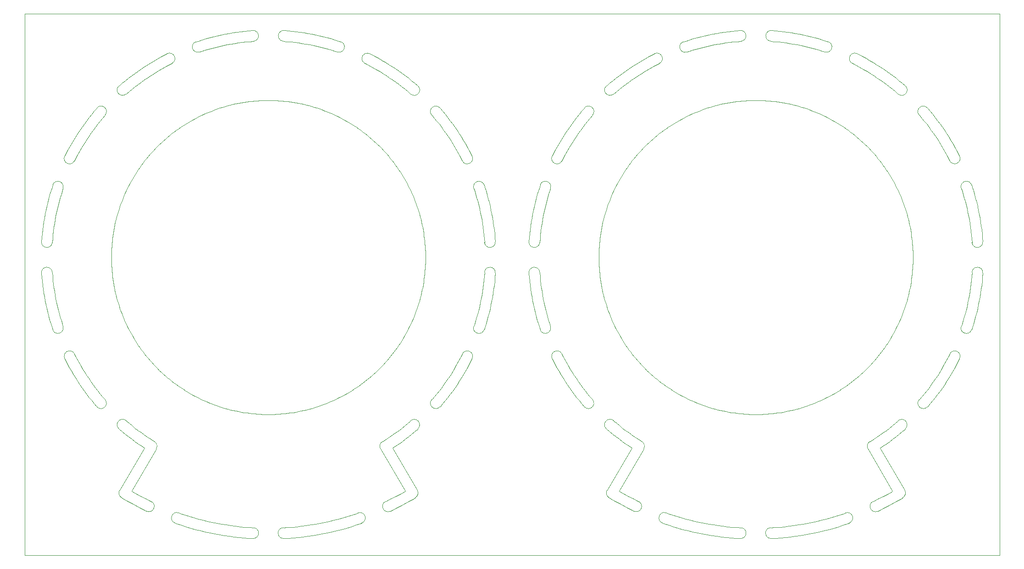
<source format=gm1>
G04 #@! TF.FileFunction,Profile,NP*
%FSLAX46Y46*%
G04 Gerber Fmt 4.6, Leading zero omitted, Abs format (unit mm)*
G04 Created by KiCad (PCBNEW 4.0.2-1.fc23-product) date Sun 04 Sep 2016 23:35:13 BST*
%MOMM*%
G01*
G04 APERTURE LIST*
%ADD10C,0.150000*%
%ADD11C,0.100000*%
G04 APERTURE END LIST*
D10*
D11*
X78730000Y-125150000D02*
G75*
G03X77410000Y-126670000I-660000J-760000D01*
G01*
X73340000Y-122590000D02*
G75*
G03X74840000Y-121270000I750000J660000D01*
G01*
X74840000Y-121270000D02*
X74810000Y-121240000D01*
X74810000Y-121240000D02*
X74360000Y-120710000D01*
X74360000Y-120710000D02*
X73910000Y-120170000D01*
X73910000Y-120170000D02*
X73480000Y-119630000D01*
X73480000Y-119630000D02*
X73050000Y-119070000D01*
X73050000Y-119070000D02*
X72640000Y-118510000D01*
X72640000Y-118510000D02*
X72230000Y-117940000D01*
X72230000Y-117940000D02*
X71840000Y-117370000D01*
X71840000Y-117370000D02*
X71450000Y-116790000D01*
X71450000Y-116790000D02*
X71080000Y-116200000D01*
X71080000Y-116200000D02*
X70710000Y-115600000D01*
X70710000Y-115600000D02*
X70360000Y-115000000D01*
X70360000Y-115000000D02*
X70020000Y-114390000D01*
X70020000Y-114390000D02*
X69680000Y-113780000D01*
X69680000Y-113780000D02*
X69360000Y-113160000D01*
X69360000Y-113160000D02*
X69180000Y-112810000D01*
X73330000Y-122590000D02*
X73300000Y-122550000D01*
X73300000Y-122550000D02*
X72830000Y-122000000D01*
X72830000Y-122000000D02*
X72360000Y-121430000D01*
X72360000Y-121430000D02*
X71900000Y-120860000D01*
X71900000Y-120860000D02*
X71460000Y-120280000D01*
X71460000Y-120280000D02*
X71020000Y-119690000D01*
X71020000Y-119690000D02*
X70600000Y-119090000D01*
X70600000Y-119090000D02*
X70180000Y-118490000D01*
X70180000Y-118490000D02*
X69780000Y-117870000D01*
X69780000Y-117870000D02*
X69380000Y-117260000D01*
X69380000Y-117260000D02*
X69000000Y-116630000D01*
X69000000Y-116630000D02*
X68630000Y-116000000D01*
X68630000Y-116000000D02*
X68270000Y-115360000D01*
X68270000Y-115360000D02*
X67920000Y-114720000D01*
X67920000Y-114720000D02*
X67580000Y-114070000D01*
X67580000Y-114070000D02*
X67390000Y-113700000D01*
X69190000Y-112820000D02*
G75*
G03X67390000Y-113700000I-900000J-440000D01*
G01*
X65180000Y-108370000D02*
G75*
G03X67080000Y-107730000I950000J320000D01*
G01*
X67080000Y-107730000D02*
X66960000Y-107360000D01*
X66960000Y-107360000D02*
X66750000Y-106690000D01*
X66750000Y-106690000D02*
X66550000Y-106030000D01*
X66550000Y-106030000D02*
X66360000Y-105350000D01*
X66360000Y-105350000D02*
X66190000Y-104680000D01*
X66190000Y-104680000D02*
X66030000Y-104000000D01*
X66030000Y-104000000D02*
X65870000Y-103320000D01*
X65870000Y-103320000D02*
X65730000Y-102630000D01*
X65730000Y-102630000D02*
X65610000Y-101950000D01*
X65610000Y-101950000D02*
X65490000Y-101260000D01*
X65490000Y-101260000D02*
X65390000Y-100570000D01*
X65390000Y-100570000D02*
X65300000Y-99870000D01*
X65300000Y-99870000D02*
X65220000Y-99180000D01*
X65220000Y-99180000D02*
X65150000Y-98490000D01*
X65150000Y-98490000D02*
X65100000Y-97790000D01*
X65100000Y-97790000D02*
X65090000Y-97750000D01*
X65180000Y-108370000D02*
X65060000Y-107980000D01*
X65060000Y-107980000D02*
X64840000Y-107280000D01*
X64840000Y-107280000D02*
X64630000Y-106580000D01*
X64630000Y-106580000D02*
X64430000Y-105870000D01*
X64430000Y-105870000D02*
X64250000Y-105160000D01*
X64250000Y-105160000D02*
X64080000Y-104450000D01*
X64080000Y-104450000D02*
X63920000Y-103730000D01*
X63920000Y-103730000D02*
X63770000Y-103010000D01*
X63770000Y-103010000D02*
X63640000Y-102290000D01*
X63640000Y-102290000D02*
X63520000Y-101570000D01*
X63520000Y-101570000D02*
X63410000Y-100850000D01*
X63410000Y-100850000D02*
X63310000Y-100120000D01*
X63310000Y-100120000D02*
X63230000Y-99390000D01*
X63230000Y-99390000D02*
X63160000Y-98660000D01*
X63160000Y-98660000D02*
X63100000Y-97930000D01*
X63100000Y-97930000D02*
X63100000Y-97890000D01*
X65100000Y-97750000D02*
G75*
G03X63100000Y-97890000I-1000000J-70000D01*
G01*
X63110000Y-92110000D02*
G75*
G03X65090000Y-92250000I990000J-70000D01*
G01*
X65090000Y-92250000D02*
X65100000Y-92210000D01*
X65100000Y-92210000D02*
X65150000Y-91510000D01*
X65150000Y-91510000D02*
X65220000Y-90820000D01*
X65220000Y-90820000D02*
X65300000Y-90130000D01*
X65300000Y-90130000D02*
X65390000Y-89430000D01*
X65390000Y-89430000D02*
X65490000Y-88740000D01*
X65490000Y-88740000D02*
X65610000Y-88050000D01*
X65610000Y-88050000D02*
X65730000Y-87370000D01*
X65730000Y-87370000D02*
X65870000Y-86680000D01*
X65870000Y-86680000D02*
X66030000Y-86000000D01*
X66030000Y-86000000D02*
X66190000Y-85320000D01*
X66190000Y-85320000D02*
X66360000Y-84650000D01*
X66360000Y-84650000D02*
X66550000Y-83970000D01*
X66550000Y-83970000D02*
X66750000Y-83310000D01*
X66750000Y-83310000D02*
X66960000Y-82640000D01*
X66960000Y-82640000D02*
X67080000Y-82270000D01*
X63100000Y-92110000D02*
X63100000Y-92070000D01*
X63100000Y-92070000D02*
X63160000Y-91340000D01*
X63160000Y-91340000D02*
X63230000Y-90610000D01*
X63230000Y-90610000D02*
X63310000Y-89880000D01*
X63310000Y-89880000D02*
X63410000Y-89150000D01*
X63410000Y-89150000D02*
X63520000Y-88430000D01*
X63520000Y-88430000D02*
X63640000Y-87710000D01*
X63640000Y-87710000D02*
X63770000Y-86990000D01*
X63770000Y-86990000D02*
X63920000Y-86270000D01*
X63920000Y-86270000D02*
X64080000Y-85550000D01*
X64080000Y-85550000D02*
X64250000Y-84840000D01*
X64250000Y-84840000D02*
X64430000Y-84130000D01*
X64430000Y-84130000D02*
X64630000Y-83420000D01*
X64630000Y-83420000D02*
X64840000Y-82720000D01*
X64840000Y-82720000D02*
X65060000Y-82020000D01*
X65060000Y-82020000D02*
X65180000Y-81630000D01*
X67080000Y-82270000D02*
G75*
G03X65180000Y-81630000I-950000J320000D01*
G01*
X67400000Y-76290000D02*
G75*
G03X69180000Y-77190000I890000J-450000D01*
G01*
X69180000Y-77190000D02*
X69360000Y-76840000D01*
X69360000Y-76840000D02*
X69680000Y-76220000D01*
X69680000Y-76220000D02*
X70020000Y-75610000D01*
X70020000Y-75610000D02*
X70360000Y-75000000D01*
X70360000Y-75000000D02*
X70710000Y-74400000D01*
X70710000Y-74400000D02*
X71080000Y-73800000D01*
X71080000Y-73800000D02*
X71450000Y-73210000D01*
X71450000Y-73210000D02*
X71840000Y-72630000D01*
X71840000Y-72630000D02*
X72230000Y-72060000D01*
X72230000Y-72060000D02*
X72640000Y-71490000D01*
X72640000Y-71490000D02*
X73050000Y-70930000D01*
X73050000Y-70930000D02*
X73480000Y-70370000D01*
X73480000Y-70370000D02*
X73910000Y-69830000D01*
X73910000Y-69830000D02*
X74360000Y-69290000D01*
X74360000Y-69290000D02*
X74810000Y-68760000D01*
X74810000Y-68760000D02*
X74840000Y-68730000D01*
X67390000Y-76300000D02*
X67580000Y-75930000D01*
X67580000Y-75930000D02*
X67920000Y-75280000D01*
X67920000Y-75280000D02*
X68270000Y-74640000D01*
X68270000Y-74640000D02*
X68630000Y-74000000D01*
X68630000Y-74000000D02*
X69000000Y-73370000D01*
X69000000Y-73370000D02*
X69380000Y-72740000D01*
X69380000Y-72740000D02*
X69780000Y-72130000D01*
X69780000Y-72130000D02*
X70180000Y-71510000D01*
X70180000Y-71510000D02*
X70600000Y-70910000D01*
X70600000Y-70910000D02*
X71020000Y-70310000D01*
X71020000Y-70310000D02*
X71460000Y-69720000D01*
X71460000Y-69720000D02*
X71900000Y-69140000D01*
X71900000Y-69140000D02*
X72360000Y-68570000D01*
X72360000Y-68570000D02*
X72830000Y-68000000D01*
X72830000Y-68000000D02*
X73300000Y-67450000D01*
X73300000Y-67450000D02*
X73330000Y-67410000D01*
X74850000Y-68730000D02*
G75*
G03X73330000Y-67410000I-760000J660000D01*
G01*
X77410000Y-63340000D02*
G75*
G03X78730000Y-64840000I660000J-750000D01*
G01*
X78730000Y-64840000D02*
X78760000Y-64810000D01*
X78760000Y-64810000D02*
X79290000Y-64360000D01*
X79290000Y-64360000D02*
X79830000Y-63910000D01*
X79830000Y-63910000D02*
X80370000Y-63480000D01*
X80370000Y-63480000D02*
X80930000Y-63050000D01*
X80930000Y-63050000D02*
X81490000Y-62640000D01*
X81490000Y-62640000D02*
X82060000Y-62230000D01*
X82060000Y-62230000D02*
X82630000Y-61840000D01*
X82630000Y-61840000D02*
X83210000Y-61450000D01*
X83210000Y-61450000D02*
X83800000Y-61080000D01*
X83800000Y-61080000D02*
X84400000Y-60710000D01*
X84400000Y-60710000D02*
X85000000Y-60360000D01*
X85000000Y-60360000D02*
X85610000Y-60020000D01*
X85610000Y-60020000D02*
X86220000Y-59680000D01*
X86220000Y-59680000D02*
X86840000Y-59360000D01*
X86840000Y-59360000D02*
X87190000Y-59180000D01*
X77410000Y-63330000D02*
X77450000Y-63300000D01*
X77450000Y-63300000D02*
X78000000Y-62830000D01*
X78000000Y-62830000D02*
X78570000Y-62360000D01*
X78570000Y-62360000D02*
X79140000Y-61900000D01*
X79140000Y-61900000D02*
X79720000Y-61460000D01*
X79720000Y-61460000D02*
X80310000Y-61020000D01*
X80310000Y-61020000D02*
X80910000Y-60600000D01*
X80910000Y-60600000D02*
X81510000Y-60180000D01*
X81510000Y-60180000D02*
X82130000Y-59780000D01*
X82130000Y-59780000D02*
X82740000Y-59380000D01*
X82740000Y-59380000D02*
X83370000Y-59000000D01*
X83370000Y-59000000D02*
X84000000Y-58630000D01*
X84000000Y-58630000D02*
X84640000Y-58270000D01*
X84640000Y-58270000D02*
X85280000Y-57920000D01*
X85280000Y-57920000D02*
X85930000Y-57580000D01*
X85930000Y-57580000D02*
X86300000Y-57390000D01*
X87180000Y-59190000D02*
G75*
G03X86300000Y-57390000I-440000J900000D01*
G01*
X91630000Y-55180000D02*
G75*
G03X92270000Y-57080000I320000J-950000D01*
G01*
X92270000Y-57080000D02*
X92640000Y-56960000D01*
X92640000Y-56960000D02*
X93310000Y-56750000D01*
X93310000Y-56750000D02*
X93970000Y-56550000D01*
X93970000Y-56550000D02*
X94650000Y-56360000D01*
X94650000Y-56360000D02*
X95320000Y-56190000D01*
X95320000Y-56190000D02*
X96000000Y-56030000D01*
X96000000Y-56030000D02*
X96680000Y-55870000D01*
X96680000Y-55870000D02*
X97370000Y-55730000D01*
X97370000Y-55730000D02*
X98050000Y-55610000D01*
X98050000Y-55610000D02*
X98740000Y-55490000D01*
X98740000Y-55490000D02*
X99430000Y-55390000D01*
X99430000Y-55390000D02*
X100130000Y-55300000D01*
X100130000Y-55300000D02*
X100820000Y-55220000D01*
X100820000Y-55220000D02*
X101510000Y-55150000D01*
X101510000Y-55150000D02*
X102210000Y-55100000D01*
X102210000Y-55100000D02*
X102250000Y-55090000D01*
X91630000Y-55180000D02*
X92020000Y-55060000D01*
X92020000Y-55060000D02*
X92720000Y-54840000D01*
X92720000Y-54840000D02*
X93420000Y-54630000D01*
X93420000Y-54630000D02*
X94130000Y-54430000D01*
X94130000Y-54430000D02*
X94840000Y-54250000D01*
X94840000Y-54250000D02*
X95550000Y-54080000D01*
X95550000Y-54080000D02*
X96270000Y-53920000D01*
X96270000Y-53920000D02*
X96990000Y-53770000D01*
X96990000Y-53770000D02*
X97710000Y-53640000D01*
X97710000Y-53640000D02*
X98430000Y-53520000D01*
X98430000Y-53520000D02*
X99150000Y-53410000D01*
X99150000Y-53410000D02*
X99880000Y-53310000D01*
X99880000Y-53310000D02*
X100610000Y-53230000D01*
X100610000Y-53230000D02*
X101340000Y-53160000D01*
X101340000Y-53160000D02*
X102070000Y-53100000D01*
X102070000Y-53100000D02*
X102110000Y-53100000D01*
X102250000Y-55100000D02*
G75*
G03X102110000Y-53100000I-70000J1000000D01*
G01*
X107890000Y-53110000D02*
G75*
G03X107750000Y-55090000I-70000J-990000D01*
G01*
X107750000Y-55090000D02*
X107790000Y-55100000D01*
X107790000Y-55100000D02*
X108490000Y-55150000D01*
X108490000Y-55150000D02*
X109180000Y-55220000D01*
X109180000Y-55220000D02*
X109870000Y-55300000D01*
X109870000Y-55300000D02*
X110570000Y-55390000D01*
X110570000Y-55390000D02*
X111260000Y-55490000D01*
X111260000Y-55490000D02*
X111950000Y-55610000D01*
X111950000Y-55610000D02*
X112630000Y-55730000D01*
X112630000Y-55730000D02*
X113320000Y-55870000D01*
X113320000Y-55870000D02*
X114000000Y-56030000D01*
X114000000Y-56030000D02*
X114680000Y-56190000D01*
X114680000Y-56190000D02*
X115350000Y-56360000D01*
X115350000Y-56360000D02*
X116030000Y-56550000D01*
X116030000Y-56550000D02*
X116690000Y-56750000D01*
X116690000Y-56750000D02*
X117360000Y-56960000D01*
X117360000Y-56960000D02*
X117730000Y-57080000D01*
X107890000Y-53100000D02*
X107930000Y-53100000D01*
X107930000Y-53100000D02*
X108660000Y-53160000D01*
X108660000Y-53160000D02*
X109390000Y-53230000D01*
X109390000Y-53230000D02*
X110120000Y-53310000D01*
X110120000Y-53310000D02*
X110850000Y-53410000D01*
X110850000Y-53410000D02*
X111570000Y-53520000D01*
X111570000Y-53520000D02*
X112290000Y-53640000D01*
X112290000Y-53640000D02*
X113010000Y-53770000D01*
X113010000Y-53770000D02*
X113730000Y-53920000D01*
X113730000Y-53920000D02*
X114450000Y-54080000D01*
X114450000Y-54080000D02*
X115160000Y-54250000D01*
X115160000Y-54250000D02*
X115870000Y-54430000D01*
X115870000Y-54430000D02*
X116580000Y-54630000D01*
X116580000Y-54630000D02*
X117280000Y-54840000D01*
X117280000Y-54840000D02*
X117980000Y-55060000D01*
X117980000Y-55060000D02*
X118370000Y-55180000D01*
X117730000Y-57080000D02*
G75*
G03X118370000Y-55180000I320000J950000D01*
G01*
X123710000Y-57400000D02*
G75*
G03X122810000Y-59180000I-450000J-890000D01*
G01*
X122810000Y-59180000D02*
X123160000Y-59360000D01*
X123160000Y-59360000D02*
X123780000Y-59680000D01*
X123780000Y-59680000D02*
X124390000Y-60020000D01*
X124390000Y-60020000D02*
X125000000Y-60360000D01*
X125000000Y-60360000D02*
X125600000Y-60710000D01*
X125600000Y-60710000D02*
X126200000Y-61080000D01*
X126200000Y-61080000D02*
X126790000Y-61450000D01*
X126790000Y-61450000D02*
X127370000Y-61840000D01*
X127370000Y-61840000D02*
X127940000Y-62230000D01*
X127940000Y-62230000D02*
X128510000Y-62640000D01*
X128510000Y-62640000D02*
X129070000Y-63050000D01*
X129070000Y-63050000D02*
X129630000Y-63480000D01*
X129630000Y-63480000D02*
X130170000Y-63910000D01*
X130170000Y-63910000D02*
X130710000Y-64360000D01*
X130710000Y-64360000D02*
X131240000Y-64810000D01*
X131240000Y-64810000D02*
X131270000Y-64840000D01*
X123700000Y-57390000D02*
X124070000Y-57580000D01*
X124070000Y-57580000D02*
X124720000Y-57920000D01*
X124720000Y-57920000D02*
X125360000Y-58270000D01*
X125360000Y-58270000D02*
X126000000Y-58630000D01*
X126000000Y-58630000D02*
X126630000Y-59000000D01*
X126630000Y-59000000D02*
X127260000Y-59380000D01*
X127260000Y-59380000D02*
X127870000Y-59780000D01*
X127870000Y-59780000D02*
X128490000Y-60180000D01*
X128490000Y-60180000D02*
X129090000Y-60600000D01*
X129090000Y-60600000D02*
X129690000Y-61020000D01*
X129690000Y-61020000D02*
X130280000Y-61460000D01*
X130280000Y-61460000D02*
X130860000Y-61900000D01*
X130860000Y-61900000D02*
X131430000Y-62360000D01*
X131430000Y-62360000D02*
X132000000Y-62830000D01*
X132000000Y-62830000D02*
X132550000Y-63300000D01*
X132550000Y-63300000D02*
X132590000Y-63330000D01*
X131270000Y-64850000D02*
G75*
G03X132590000Y-63330000I660000J760000D01*
G01*
X136660000Y-67410000D02*
G75*
G03X135160000Y-68730000I-750000J-660000D01*
G01*
X135160000Y-68730000D02*
X135190000Y-68760000D01*
X135190000Y-68760000D02*
X135640000Y-69290000D01*
X135640000Y-69290000D02*
X136090000Y-69830000D01*
X136090000Y-69830000D02*
X136520000Y-70370000D01*
X136520000Y-70370000D02*
X136950000Y-70930000D01*
X136950000Y-70930000D02*
X137360000Y-71490000D01*
X137360000Y-71490000D02*
X137770000Y-72060000D01*
X137770000Y-72060000D02*
X138160000Y-72630000D01*
X138160000Y-72630000D02*
X138550000Y-73210000D01*
X138550000Y-73210000D02*
X138920000Y-73800000D01*
X138920000Y-73800000D02*
X139290000Y-74400000D01*
X139290000Y-74400000D02*
X139640000Y-75000000D01*
X139640000Y-75000000D02*
X139980000Y-75610000D01*
X139980000Y-75610000D02*
X140320000Y-76220000D01*
X140320000Y-76220000D02*
X140640000Y-76840000D01*
X140640000Y-76840000D02*
X140820000Y-77190000D01*
X136670000Y-67410000D02*
X136700000Y-67450000D01*
X136700000Y-67450000D02*
X137170000Y-68000000D01*
X137170000Y-68000000D02*
X137640000Y-68570000D01*
X137640000Y-68570000D02*
X138100000Y-69140000D01*
X138100000Y-69140000D02*
X138540000Y-69720000D01*
X138540000Y-69720000D02*
X138980000Y-70310000D01*
X138980000Y-70310000D02*
X139400000Y-70910000D01*
X139400000Y-70910000D02*
X139820000Y-71510000D01*
X139820000Y-71510000D02*
X140220000Y-72130000D01*
X140220000Y-72130000D02*
X140620000Y-72740000D01*
X140620000Y-72740000D02*
X141000000Y-73370000D01*
X141000000Y-73370000D02*
X141370000Y-74000000D01*
X141370000Y-74000000D02*
X141730000Y-74640000D01*
X141730000Y-74640000D02*
X142080000Y-75280000D01*
X142080000Y-75280000D02*
X142420000Y-75930000D01*
X142420000Y-75930000D02*
X142610000Y-76300000D01*
X140810000Y-77180000D02*
G75*
G03X142610000Y-76300000I900000J440000D01*
G01*
X144820000Y-81630000D02*
G75*
G03X142920000Y-82270000I-950000J-320000D01*
G01*
X142920000Y-82270000D02*
X143040000Y-82640000D01*
X143040000Y-82640000D02*
X143250000Y-83310000D01*
X143250000Y-83310000D02*
X143450000Y-83970000D01*
X143450000Y-83970000D02*
X143640000Y-84650000D01*
X143640000Y-84650000D02*
X143810000Y-85320000D01*
X143810000Y-85320000D02*
X143970000Y-86000000D01*
X143970000Y-86000000D02*
X144130000Y-86680000D01*
X144130000Y-86680000D02*
X144270000Y-87370000D01*
X144270000Y-87370000D02*
X144390000Y-88050000D01*
X144390000Y-88050000D02*
X144510000Y-88740000D01*
X144510000Y-88740000D02*
X144610000Y-89430000D01*
X144610000Y-89430000D02*
X144700000Y-90130000D01*
X144700000Y-90130000D02*
X144780000Y-90820000D01*
X144780000Y-90820000D02*
X144850000Y-91510000D01*
X144850000Y-91510000D02*
X144900000Y-92210000D01*
X144900000Y-92210000D02*
X144910000Y-92250000D01*
X144820000Y-81630000D02*
X144940000Y-82020000D01*
X144940000Y-82020000D02*
X145160000Y-82720000D01*
X145160000Y-82720000D02*
X145370000Y-83420000D01*
X145370000Y-83420000D02*
X145570000Y-84130000D01*
X145570000Y-84130000D02*
X145750000Y-84840000D01*
X145750000Y-84840000D02*
X145920000Y-85550000D01*
X145920000Y-85550000D02*
X146080000Y-86270000D01*
X146080000Y-86270000D02*
X146230000Y-86990000D01*
X146230000Y-86990000D02*
X146360000Y-87710000D01*
X146360000Y-87710000D02*
X146480000Y-88430000D01*
X146480000Y-88430000D02*
X146590000Y-89150000D01*
X146590000Y-89150000D02*
X146690000Y-89880000D01*
X146690000Y-89880000D02*
X146770000Y-90610000D01*
X146770000Y-90610000D02*
X146840000Y-91340000D01*
X146840000Y-91340000D02*
X146900000Y-92070000D01*
X146900000Y-92070000D02*
X146900000Y-92110000D01*
X144900000Y-92250000D02*
G75*
G03X146900000Y-92110000I1000000J70000D01*
G01*
X146890000Y-97890000D02*
G75*
G03X144910000Y-97750000I-990000J70000D01*
G01*
X144910000Y-97750000D02*
X144900000Y-97790000D01*
X144900000Y-97790000D02*
X144850000Y-98490000D01*
X144850000Y-98490000D02*
X144780000Y-99180000D01*
X144780000Y-99180000D02*
X144700000Y-99870000D01*
X144700000Y-99870000D02*
X144610000Y-100570000D01*
X144610000Y-100570000D02*
X144510000Y-101260000D01*
X144510000Y-101260000D02*
X144390000Y-101950000D01*
X144390000Y-101950000D02*
X144270000Y-102630000D01*
X144270000Y-102630000D02*
X144130000Y-103320000D01*
X144130000Y-103320000D02*
X143970000Y-104000000D01*
X143970000Y-104000000D02*
X143810000Y-104680000D01*
X143810000Y-104680000D02*
X143640000Y-105350000D01*
X143640000Y-105350000D02*
X143450000Y-106030000D01*
X143450000Y-106030000D02*
X143250000Y-106690000D01*
X143250000Y-106690000D02*
X143040000Y-107360000D01*
X143040000Y-107360000D02*
X142920000Y-107730000D01*
X146900000Y-97890000D02*
X146900000Y-97930000D01*
X146900000Y-97930000D02*
X146840000Y-98660000D01*
X146840000Y-98660000D02*
X146770000Y-99390000D01*
X146770000Y-99390000D02*
X146690000Y-100120000D01*
X146690000Y-100120000D02*
X146590000Y-100850000D01*
X146590000Y-100850000D02*
X146480000Y-101570000D01*
X146480000Y-101570000D02*
X146360000Y-102290000D01*
X146360000Y-102290000D02*
X146230000Y-103010000D01*
X146230000Y-103010000D02*
X146080000Y-103730000D01*
X146080000Y-103730000D02*
X145920000Y-104450000D01*
X145920000Y-104450000D02*
X145750000Y-105160000D01*
X145750000Y-105160000D02*
X145570000Y-105870000D01*
X145570000Y-105870000D02*
X145370000Y-106580000D01*
X145370000Y-106580000D02*
X145160000Y-107280000D01*
X145160000Y-107280000D02*
X144940000Y-107980000D01*
X144940000Y-107980000D02*
X144820000Y-108370000D01*
X142920000Y-107730000D02*
G75*
G03X144820000Y-108370000I950000J-320000D01*
G01*
X142600000Y-113710000D02*
G75*
G03X140820000Y-112810000I-890000J450000D01*
G01*
X140820000Y-112810000D02*
X140640000Y-113160000D01*
X140640000Y-113160000D02*
X140320000Y-113780000D01*
X140320000Y-113780000D02*
X139980000Y-114390000D01*
X139980000Y-114390000D02*
X139640000Y-115000000D01*
X139640000Y-115000000D02*
X139290000Y-115600000D01*
X139290000Y-115600000D02*
X138920000Y-116200000D01*
X138920000Y-116200000D02*
X138550000Y-116790000D01*
X138550000Y-116790000D02*
X138160000Y-117370000D01*
X138160000Y-117370000D02*
X137770000Y-117940000D01*
X137770000Y-117940000D02*
X137360000Y-118510000D01*
X137360000Y-118510000D02*
X136950000Y-119070000D01*
X136950000Y-119070000D02*
X136520000Y-119630000D01*
X136520000Y-119630000D02*
X136090000Y-120170000D01*
X136090000Y-120170000D02*
X135640000Y-120710000D01*
X135640000Y-120710000D02*
X135190000Y-121240000D01*
X135190000Y-121240000D02*
X135160000Y-121270000D01*
X142610000Y-113700000D02*
X142420000Y-114070000D01*
X142420000Y-114070000D02*
X142080000Y-114720000D01*
X142080000Y-114720000D02*
X141730000Y-115360000D01*
X141730000Y-115360000D02*
X141370000Y-116000000D01*
X141370000Y-116000000D02*
X141000000Y-116630000D01*
X141000000Y-116630000D02*
X140620000Y-117260000D01*
X140620000Y-117260000D02*
X140220000Y-117870000D01*
X140220000Y-117870000D02*
X139820000Y-118490000D01*
X139820000Y-118490000D02*
X139400000Y-119090000D01*
X139400000Y-119090000D02*
X138980000Y-119690000D01*
X138980000Y-119690000D02*
X138540000Y-120280000D01*
X138540000Y-120280000D02*
X138100000Y-120860000D01*
X138100000Y-120860000D02*
X137640000Y-121430000D01*
X137640000Y-121430000D02*
X137170000Y-122000000D01*
X137170000Y-122000000D02*
X136700000Y-122550000D01*
X136700000Y-122550000D02*
X136670000Y-122590000D01*
X135150000Y-121270000D02*
G75*
G03X136670000Y-122590000I760000J-660000D01*
G01*
X132590000Y-126660000D02*
G75*
G03X131270000Y-125160000I-660000J750000D01*
G01*
X126650000Y-140060000D02*
G75*
G03X127510000Y-141880000I430000J-910000D01*
G01*
X122230000Y-144060000D02*
G75*
G03X121570000Y-142180000I-330000J940000D01*
G01*
X107740000Y-144920000D02*
G75*
G03X107860000Y-146920000I60000J-1000000D01*
G01*
X102150000Y-146920000D02*
G75*
G03X102250000Y-144920000I50000J1000000D01*
G01*
X88430000Y-142180000D02*
G75*
G03X87770000Y-144060000I-330000J-940000D01*
G01*
X82480000Y-141870000D02*
G75*
G03X83360000Y-140070000I440000J900000D01*
G01*
X126029179Y-129022938D02*
G75*
G03X125710000Y-130390000I540821J-847062D01*
G01*
X131270000Y-125160000D02*
X131240000Y-125190000D01*
X131240000Y-125190000D02*
X130710000Y-125640000D01*
X130710000Y-125640000D02*
X130170000Y-126090000D01*
X130170000Y-126090000D02*
X129630000Y-126520000D01*
X129630000Y-126520000D02*
X129070000Y-126950000D01*
X129070000Y-126950000D02*
X128510000Y-127360000D01*
X128510000Y-127360000D02*
X127940000Y-127770000D01*
X127940000Y-127770000D02*
X127370000Y-128160000D01*
X127370000Y-128160000D02*
X126790000Y-128550000D01*
X126790000Y-128550000D02*
X126200000Y-128920000D01*
X126200000Y-128920000D02*
X126040000Y-129020000D01*
X132590000Y-126670000D02*
X132550000Y-126700000D01*
X132550000Y-126700000D02*
X132000000Y-127170000D01*
X132000000Y-127170000D02*
X131430000Y-127640000D01*
X131430000Y-127640000D02*
X130860000Y-128100000D01*
X130860000Y-128100000D02*
X130280000Y-128540000D01*
X130280000Y-128540000D02*
X129690000Y-128980000D01*
X129690000Y-128980000D02*
X129090000Y-129400000D01*
X129090000Y-129400000D02*
X128490000Y-129820000D01*
X128490000Y-129820000D02*
X127910000Y-130200000D01*
X125710000Y-130390000D02*
X130250000Y-138150000D01*
X127910000Y-130200000D02*
X132490000Y-138010000D01*
X132120000Y-139380000D02*
G75*
G03X132490000Y-138010000I-500000J870000D01*
G01*
X130250000Y-138150000D02*
X130000000Y-138300000D01*
X130000000Y-138300000D02*
X129240000Y-138730000D01*
X129240000Y-138730000D02*
X128470000Y-139150000D01*
X128470000Y-139150000D02*
X127700000Y-139550000D01*
X127700000Y-139550000D02*
X126920000Y-139940000D01*
X126920000Y-139940000D02*
X126640000Y-140070000D01*
X132140000Y-139360000D02*
X131780000Y-139570000D01*
X131780000Y-139570000D02*
X131000000Y-140030000D01*
X131000000Y-140030000D02*
X130210000Y-140480000D01*
X130210000Y-140480000D02*
X129410000Y-140910000D01*
X129410000Y-140910000D02*
X128610000Y-141330000D01*
X128610000Y-141330000D02*
X127800000Y-141740000D01*
X127800000Y-141740000D02*
X127510000Y-141880000D01*
X121570000Y-142180000D02*
X121280000Y-142280000D01*
X121280000Y-142280000D02*
X120450000Y-142550000D01*
X120450000Y-142550000D02*
X119620000Y-142820000D01*
X119620000Y-142820000D02*
X118780000Y-143060000D01*
X118780000Y-143060000D02*
X117940000Y-143300000D01*
X117940000Y-143300000D02*
X117100000Y-143510000D01*
X117100000Y-143510000D02*
X116250000Y-143720000D01*
X116250000Y-143720000D02*
X115400000Y-143910000D01*
X115400000Y-143910000D02*
X114540000Y-144080000D01*
X114540000Y-144080000D02*
X113680000Y-144240000D01*
X113680000Y-144240000D02*
X112820000Y-144380000D01*
X112820000Y-144380000D02*
X111960000Y-144510000D01*
X111960000Y-144510000D02*
X111090000Y-144630000D01*
X111090000Y-144630000D02*
X110230000Y-144730000D01*
X110230000Y-144730000D02*
X109360000Y-144810000D01*
X109360000Y-144810000D02*
X108490000Y-144880000D01*
X108490000Y-144880000D02*
X107750000Y-144920000D01*
X122230000Y-144060000D02*
X121930000Y-144170000D01*
X121930000Y-144170000D02*
X121070000Y-144450000D01*
X121070000Y-144450000D02*
X120200000Y-144730000D01*
X120200000Y-144730000D02*
X119330000Y-144990000D01*
X119330000Y-144990000D02*
X118460000Y-145230000D01*
X118460000Y-145230000D02*
X117580000Y-145460000D01*
X117580000Y-145460000D02*
X116700000Y-145670000D01*
X116700000Y-145670000D02*
X115810000Y-145860000D01*
X115810000Y-145860000D02*
X114920000Y-146040000D01*
X114920000Y-146040000D02*
X114030000Y-146210000D01*
X114030000Y-146210000D02*
X113130000Y-146360000D01*
X113130000Y-146360000D02*
X112240000Y-146490000D01*
X112240000Y-146490000D02*
X111340000Y-146610000D01*
X111340000Y-146610000D02*
X110440000Y-146720000D01*
X110440000Y-146720000D02*
X109530000Y-146800000D01*
X109530000Y-146800000D02*
X108630000Y-146870000D01*
X108630000Y-146870000D02*
X107860000Y-146920000D01*
X102250000Y-144920000D02*
X101510000Y-144880000D01*
X101510000Y-144880000D02*
X100640000Y-144810000D01*
X100640000Y-144810000D02*
X99770000Y-144730000D01*
X99770000Y-144730000D02*
X98910000Y-144630000D01*
X98910000Y-144630000D02*
X98040000Y-144510000D01*
X98040000Y-144510000D02*
X97180000Y-144380000D01*
X97180000Y-144380000D02*
X96320000Y-144240000D01*
X96320000Y-144240000D02*
X95460000Y-144080000D01*
X95460000Y-144080000D02*
X94600000Y-143910000D01*
X94600000Y-143910000D02*
X93750000Y-143720000D01*
X93750000Y-143720000D02*
X92900000Y-143510000D01*
X92900000Y-143510000D02*
X92060000Y-143300000D01*
X92060000Y-143300000D02*
X91220000Y-143060000D01*
X91220000Y-143060000D02*
X90380000Y-142820000D01*
X90380000Y-142820000D02*
X89550000Y-142550000D01*
X89550000Y-142550000D02*
X88720000Y-142280000D01*
X88720000Y-142280000D02*
X88430000Y-142180000D01*
X102140000Y-146920000D02*
X101370000Y-146870000D01*
X101370000Y-146870000D02*
X100470000Y-146800000D01*
X100470000Y-146800000D02*
X99560000Y-146720000D01*
X99560000Y-146720000D02*
X98660000Y-146610000D01*
X98660000Y-146610000D02*
X97760000Y-146490000D01*
X97760000Y-146490000D02*
X96870000Y-146360000D01*
X96870000Y-146360000D02*
X95970000Y-146210000D01*
X95970000Y-146210000D02*
X95080000Y-146040000D01*
X95080000Y-146040000D02*
X94190000Y-145860000D01*
X94190000Y-145860000D02*
X93300000Y-145670000D01*
X93300000Y-145670000D02*
X92420000Y-145460000D01*
X92420000Y-145460000D02*
X91540000Y-145230000D01*
X91540000Y-145230000D02*
X90670000Y-144990000D01*
X90670000Y-144990000D02*
X89800000Y-144730000D01*
X89800000Y-144730000D02*
X88930000Y-144450000D01*
X88930000Y-144450000D02*
X88070000Y-144170000D01*
X88070000Y-144170000D02*
X87770000Y-144060000D01*
X83360000Y-140070000D02*
X83080000Y-139940000D01*
X83080000Y-139940000D02*
X82300000Y-139550000D01*
X82300000Y-139550000D02*
X81530000Y-139150000D01*
X81530000Y-139150000D02*
X80760000Y-138730000D01*
X80760000Y-138730000D02*
X80000000Y-138300000D01*
X80000000Y-138300000D02*
X79750000Y-138150000D01*
X82490000Y-141880000D02*
X82200000Y-141740000D01*
X82200000Y-141740000D02*
X81390000Y-141330000D01*
X81390000Y-141330000D02*
X80590000Y-140910000D01*
X80590000Y-140910000D02*
X79790000Y-140480000D01*
X79790000Y-140480000D02*
X79000000Y-140030000D01*
X79000000Y-140030000D02*
X78220000Y-139570000D01*
X78220000Y-139570000D02*
X77860000Y-139360000D01*
X77530000Y-137990000D02*
G75*
G03X77860000Y-139360000I850000J-520000D01*
G01*
X84290000Y-130390000D02*
X79750000Y-138150000D01*
X82090000Y-130200000D02*
X77530000Y-137980000D01*
X84292674Y-130379111D02*
G75*
G03X83960000Y-129020000I-862674J509111D01*
G01*
X83960000Y-129020000D02*
X83800000Y-128920000D01*
X83800000Y-128920000D02*
X83210000Y-128550000D01*
X83210000Y-128550000D02*
X82630000Y-128160000D01*
X82630000Y-128160000D02*
X82060000Y-127770000D01*
X82060000Y-127770000D02*
X81490000Y-127360000D01*
X81490000Y-127360000D02*
X80930000Y-126950000D01*
X80930000Y-126950000D02*
X80370000Y-126520000D01*
X80370000Y-126520000D02*
X79830000Y-126090000D01*
X79830000Y-126090000D02*
X79290000Y-125640000D01*
X79290000Y-125640000D02*
X78760000Y-125190000D01*
X78760000Y-125190000D02*
X78730000Y-125160000D01*
X82090000Y-130200000D02*
X81510000Y-129820000D01*
X81510000Y-129820000D02*
X80910000Y-129400000D01*
X80910000Y-129400000D02*
X80310000Y-128980000D01*
X80310000Y-128980000D02*
X79720000Y-128540000D01*
X79720000Y-128540000D02*
X79140000Y-128100000D01*
X79140000Y-128100000D02*
X78570000Y-127640000D01*
X78570000Y-127640000D02*
X78000000Y-127170000D01*
X78000000Y-127170000D02*
X77450000Y-126700000D01*
X77450000Y-126700000D02*
X77410000Y-126670000D01*
X105000000Y-66000000D02*
X105510000Y-66000000D01*
X105510000Y-66000000D02*
X106010000Y-66020000D01*
X106010000Y-66020000D02*
X106520000Y-66040000D01*
X106520000Y-66040000D02*
X107020000Y-66070000D01*
X107020000Y-66070000D02*
X107530000Y-66110000D01*
X107530000Y-66110000D02*
X108030000Y-66160000D01*
X108030000Y-66160000D02*
X108530000Y-66220000D01*
X108530000Y-66220000D02*
X109040000Y-66280000D01*
X109040000Y-66280000D02*
X109540000Y-66360000D01*
X109540000Y-66360000D02*
X110040000Y-66440000D01*
X110040000Y-66440000D02*
X110530000Y-66530000D01*
X110530000Y-66530000D02*
X111030000Y-66630000D01*
X111030000Y-66630000D02*
X111520000Y-66740000D01*
X111520000Y-66740000D02*
X112020000Y-66860000D01*
X112020000Y-66860000D02*
X112510000Y-66990000D01*
X112510000Y-66990000D02*
X112990000Y-67120000D01*
X112990000Y-67120000D02*
X113480000Y-67270000D01*
X113480000Y-67270000D02*
X113960000Y-67420000D01*
X113960000Y-67420000D02*
X114440000Y-67580000D01*
X114440000Y-67580000D02*
X114920000Y-67750000D01*
X114920000Y-67750000D02*
X115390000Y-67930000D01*
X115390000Y-67930000D02*
X115860000Y-68110000D01*
X115860000Y-68110000D02*
X116330000Y-68310000D01*
X116330000Y-68310000D02*
X116800000Y-68510000D01*
X116800000Y-68510000D02*
X117260000Y-68720000D01*
X117260000Y-68720000D02*
X117710000Y-68930000D01*
X117710000Y-68930000D02*
X118170000Y-69160000D01*
X118170000Y-69160000D02*
X118610000Y-69390000D01*
X118610000Y-69390000D02*
X119060000Y-69640000D01*
X119060000Y-69640000D02*
X119500000Y-69890000D01*
X119500000Y-69890000D02*
X119940000Y-70140000D01*
X119940000Y-70140000D02*
X120370000Y-70410000D01*
X120370000Y-70410000D02*
X120790000Y-70680000D01*
X120790000Y-70680000D02*
X121220000Y-70960000D01*
X121220000Y-70960000D02*
X121630000Y-71240000D01*
X121630000Y-71240000D02*
X122050000Y-71540000D01*
X122050000Y-71540000D02*
X122450000Y-71840000D01*
X122450000Y-71840000D02*
X122850000Y-72150000D01*
X122850000Y-72150000D02*
X123250000Y-72460000D01*
X123250000Y-72460000D02*
X123640000Y-72780000D01*
X123640000Y-72780000D02*
X124030000Y-73110000D01*
X124030000Y-73110000D02*
X124400000Y-73450000D01*
X124400000Y-73450000D02*
X124780000Y-73790000D01*
X124780000Y-73790000D02*
X125150000Y-74140000D01*
X125150000Y-74140000D02*
X125510000Y-74490000D01*
X125510000Y-74490000D02*
X125860000Y-74850000D01*
X125860000Y-74850000D02*
X126210000Y-75220000D01*
X126210000Y-75220000D02*
X126550000Y-75600000D01*
X126550000Y-75600000D02*
X126890000Y-75970000D01*
X126890000Y-75970000D02*
X127220000Y-76360000D01*
X127220000Y-76360000D02*
X127540000Y-76750000D01*
X127540000Y-76750000D02*
X127850000Y-77150000D01*
X127850000Y-77150000D02*
X128160000Y-77550000D01*
X128160000Y-77550000D02*
X128460000Y-77950000D01*
X128460000Y-77950000D02*
X128760000Y-78370000D01*
X128760000Y-78370000D02*
X129040000Y-78780000D01*
X129040000Y-78780000D02*
X129320000Y-79210000D01*
X129320000Y-79210000D02*
X129590000Y-79630000D01*
X129590000Y-79630000D02*
X129860000Y-80060000D01*
X129860000Y-80060000D02*
X130110000Y-80500000D01*
X130110000Y-80500000D02*
X130360000Y-80940000D01*
X130360000Y-80940000D02*
X130610000Y-81390000D01*
X130610000Y-81390000D02*
X130840000Y-81830000D01*
X130840000Y-81830000D02*
X131070000Y-82290000D01*
X131070000Y-82290000D02*
X131280000Y-82740000D01*
X131280000Y-82740000D02*
X131490000Y-83200000D01*
X131490000Y-83200000D02*
X131690000Y-83670000D01*
X131690000Y-83670000D02*
X131890000Y-84140000D01*
X131890000Y-84140000D02*
X132070000Y-84610000D01*
X132070000Y-84610000D02*
X132250000Y-85080000D01*
X132250000Y-85080000D02*
X132420000Y-85560000D01*
X132420000Y-85560000D02*
X132580000Y-86040000D01*
X132580000Y-86040000D02*
X132730000Y-86520000D01*
X132730000Y-86520000D02*
X132880000Y-87010000D01*
X132880000Y-87010000D02*
X133010000Y-87490000D01*
X133010000Y-87490000D02*
X133140000Y-87980000D01*
X133140000Y-87980000D02*
X133260000Y-88480000D01*
X133260000Y-88480000D02*
X133370000Y-88970000D01*
X133370000Y-88970000D02*
X133470000Y-89470000D01*
X133470000Y-89470000D02*
X133560000Y-89960000D01*
X133560000Y-89960000D02*
X133640000Y-90460000D01*
X133640000Y-90460000D02*
X133720000Y-90960000D01*
X133720000Y-90960000D02*
X133780000Y-91470000D01*
X133780000Y-91470000D02*
X133840000Y-91970000D01*
X133840000Y-91970000D02*
X133890000Y-92470000D01*
X133890000Y-92470000D02*
X133930000Y-92980000D01*
X133930000Y-92980000D02*
X133960000Y-93480000D01*
X133960000Y-93480000D02*
X133980000Y-93990000D01*
X133980000Y-93990000D02*
X134000000Y-94490000D01*
X134000000Y-94490000D02*
X134000000Y-95000000D01*
X134000000Y-95000000D02*
X134000000Y-95510000D01*
X134000000Y-95510000D02*
X133980000Y-96010000D01*
X133980000Y-96010000D02*
X133960000Y-96520000D01*
X133960000Y-96520000D02*
X133930000Y-97020000D01*
X133930000Y-97020000D02*
X133890000Y-97530000D01*
X133890000Y-97530000D02*
X133840000Y-98030000D01*
X133840000Y-98030000D02*
X133780000Y-98530000D01*
X133780000Y-98530000D02*
X133720000Y-99040000D01*
X133720000Y-99040000D02*
X133640000Y-99540000D01*
X133640000Y-99540000D02*
X133560000Y-100040000D01*
X133560000Y-100040000D02*
X133470000Y-100530000D01*
X133470000Y-100530000D02*
X133370000Y-101030000D01*
X133370000Y-101030000D02*
X133260000Y-101520000D01*
X133260000Y-101520000D02*
X133140000Y-102020000D01*
X133140000Y-102020000D02*
X133010000Y-102510000D01*
X133010000Y-102510000D02*
X132880000Y-102990000D01*
X132880000Y-102990000D02*
X132730000Y-103480000D01*
X132730000Y-103480000D02*
X132580000Y-103960000D01*
X132580000Y-103960000D02*
X132420000Y-104440000D01*
X132420000Y-104440000D02*
X132250000Y-104920000D01*
X132250000Y-104920000D02*
X132070000Y-105390000D01*
X132070000Y-105390000D02*
X131890000Y-105860000D01*
X131890000Y-105860000D02*
X131690000Y-106330000D01*
X131690000Y-106330000D02*
X131490000Y-106800000D01*
X131490000Y-106800000D02*
X131280000Y-107260000D01*
X131280000Y-107260000D02*
X131070000Y-107710000D01*
X131070000Y-107710000D02*
X130840000Y-108170000D01*
X130840000Y-108170000D02*
X130610000Y-108610000D01*
X130610000Y-108610000D02*
X130360000Y-109060000D01*
X130360000Y-109060000D02*
X130110000Y-109500000D01*
X130110000Y-109500000D02*
X129860000Y-109940000D01*
X129860000Y-109940000D02*
X129590000Y-110370000D01*
X129590000Y-110370000D02*
X129320000Y-110790000D01*
X129320000Y-110790000D02*
X129040000Y-111220000D01*
X129040000Y-111220000D02*
X128760000Y-111630000D01*
X128760000Y-111630000D02*
X128460000Y-112050000D01*
X128460000Y-112050000D02*
X128160000Y-112450000D01*
X128160000Y-112450000D02*
X127850000Y-112850000D01*
X127850000Y-112850000D02*
X127540000Y-113250000D01*
X127540000Y-113250000D02*
X127220000Y-113640000D01*
X127220000Y-113640000D02*
X126890000Y-114030000D01*
X126890000Y-114030000D02*
X126550000Y-114400000D01*
X126550000Y-114400000D02*
X126210000Y-114780000D01*
X126210000Y-114780000D02*
X125860000Y-115150000D01*
X125860000Y-115150000D02*
X125510000Y-115510000D01*
X125510000Y-115510000D02*
X125150000Y-115860000D01*
X125150000Y-115860000D02*
X124780000Y-116210000D01*
X124780000Y-116210000D02*
X124400000Y-116550000D01*
X124400000Y-116550000D02*
X124030000Y-116890000D01*
X124030000Y-116890000D02*
X123640000Y-117220000D01*
X123640000Y-117220000D02*
X123250000Y-117540000D01*
X123250000Y-117540000D02*
X122850000Y-117850000D01*
X122850000Y-117850000D02*
X122450000Y-118160000D01*
X122450000Y-118160000D02*
X122050000Y-118460000D01*
X122050000Y-118460000D02*
X121630000Y-118760000D01*
X121630000Y-118760000D02*
X121220000Y-119040000D01*
X121220000Y-119040000D02*
X120790000Y-119320000D01*
X120790000Y-119320000D02*
X120370000Y-119590000D01*
X120370000Y-119590000D02*
X119940000Y-119860000D01*
X119940000Y-119860000D02*
X119500000Y-120110000D01*
X119500000Y-120110000D02*
X119060000Y-120360000D01*
X119060000Y-120360000D02*
X118610000Y-120610000D01*
X118610000Y-120610000D02*
X118170000Y-120840000D01*
X118170000Y-120840000D02*
X117710000Y-121070000D01*
X117710000Y-121070000D02*
X117260000Y-121280000D01*
X117260000Y-121280000D02*
X116800000Y-121490000D01*
X116800000Y-121490000D02*
X116330000Y-121690000D01*
X116330000Y-121690000D02*
X115860000Y-121890000D01*
X115860000Y-121890000D02*
X115390000Y-122070000D01*
X115390000Y-122070000D02*
X114920000Y-122250000D01*
X114920000Y-122250000D02*
X114440000Y-122420000D01*
X114440000Y-122420000D02*
X113960000Y-122580000D01*
X113960000Y-122580000D02*
X113480000Y-122730000D01*
X113480000Y-122730000D02*
X112990000Y-122880000D01*
X112990000Y-122880000D02*
X112510000Y-123010000D01*
X112510000Y-123010000D02*
X112020000Y-123140000D01*
X112020000Y-123140000D02*
X111520000Y-123260000D01*
X111520000Y-123260000D02*
X111030000Y-123370000D01*
X111030000Y-123370000D02*
X110530000Y-123470000D01*
X110530000Y-123470000D02*
X110040000Y-123560000D01*
X110040000Y-123560000D02*
X109540000Y-123640000D01*
X109540000Y-123640000D02*
X109040000Y-123720000D01*
X109040000Y-123720000D02*
X108530000Y-123780000D01*
X108530000Y-123780000D02*
X108030000Y-123840000D01*
X108030000Y-123840000D02*
X107530000Y-123890000D01*
X107530000Y-123890000D02*
X107020000Y-123930000D01*
X107020000Y-123930000D02*
X106520000Y-123960000D01*
X106520000Y-123960000D02*
X106010000Y-123980000D01*
X106010000Y-123980000D02*
X105510000Y-124000000D01*
X105510000Y-124000000D02*
X105000000Y-124000000D01*
X105000000Y-124000000D02*
X104490000Y-124000000D01*
X104490000Y-124000000D02*
X103990000Y-123980000D01*
X103990000Y-123980000D02*
X103480000Y-123960000D01*
X103480000Y-123960000D02*
X102980000Y-123930000D01*
X102980000Y-123930000D02*
X102470000Y-123890000D01*
X102470000Y-123890000D02*
X101970000Y-123840000D01*
X101970000Y-123840000D02*
X101470000Y-123780000D01*
X101470000Y-123780000D02*
X100960000Y-123720000D01*
X100960000Y-123720000D02*
X100460000Y-123640000D01*
X100460000Y-123640000D02*
X99960000Y-123560000D01*
X99960000Y-123560000D02*
X99470000Y-123470000D01*
X99470000Y-123470000D02*
X98970000Y-123370000D01*
X98970000Y-123370000D02*
X98480000Y-123260000D01*
X98480000Y-123260000D02*
X97980000Y-123140000D01*
X97980000Y-123140000D02*
X97490000Y-123010000D01*
X97490000Y-123010000D02*
X97010000Y-122880000D01*
X97010000Y-122880000D02*
X96520000Y-122730000D01*
X96520000Y-122730000D02*
X96040000Y-122580000D01*
X96040000Y-122580000D02*
X95560000Y-122420000D01*
X95560000Y-122420000D02*
X95080000Y-122250000D01*
X95080000Y-122250000D02*
X94610000Y-122070000D01*
X94610000Y-122070000D02*
X94140000Y-121890000D01*
X94140000Y-121890000D02*
X93670000Y-121690000D01*
X93670000Y-121690000D02*
X93200000Y-121490000D01*
X93200000Y-121490000D02*
X92740000Y-121280000D01*
X92740000Y-121280000D02*
X92290000Y-121070000D01*
X92290000Y-121070000D02*
X91830000Y-120840000D01*
X91830000Y-120840000D02*
X91390000Y-120610000D01*
X91390000Y-120610000D02*
X90940000Y-120360000D01*
X90940000Y-120360000D02*
X90500000Y-120110000D01*
X90500000Y-120110000D02*
X90060000Y-119860000D01*
X90060000Y-119860000D02*
X89630000Y-119590000D01*
X89630000Y-119590000D02*
X89210000Y-119320000D01*
X89210000Y-119320000D02*
X88780000Y-119040000D01*
X88780000Y-119040000D02*
X88370000Y-118760000D01*
X88370000Y-118760000D02*
X87950000Y-118460000D01*
X87950000Y-118460000D02*
X87550000Y-118160000D01*
X87550000Y-118160000D02*
X87150000Y-117850000D01*
X87150000Y-117850000D02*
X86750000Y-117540000D01*
X86750000Y-117540000D02*
X86360000Y-117220000D01*
X86360000Y-117220000D02*
X85970000Y-116890000D01*
X85970000Y-116890000D02*
X85600000Y-116550000D01*
X85600000Y-116550000D02*
X85220000Y-116210000D01*
X85220000Y-116210000D02*
X84850000Y-115860000D01*
X84850000Y-115860000D02*
X84490000Y-115510000D01*
X84490000Y-115510000D02*
X84140000Y-115150000D01*
X84140000Y-115150000D02*
X83790000Y-114780000D01*
X83790000Y-114780000D02*
X83450000Y-114400000D01*
X83450000Y-114400000D02*
X83110000Y-114030000D01*
X83110000Y-114030000D02*
X82780000Y-113640000D01*
X82780000Y-113640000D02*
X82460000Y-113250000D01*
X82460000Y-113250000D02*
X82150000Y-112850000D01*
X82150000Y-112850000D02*
X81840000Y-112450000D01*
X81840000Y-112450000D02*
X81540000Y-112050000D01*
X81540000Y-112050000D02*
X81240000Y-111630000D01*
X81240000Y-111630000D02*
X80960000Y-111220000D01*
X80960000Y-111220000D02*
X80680000Y-110790000D01*
X80680000Y-110790000D02*
X80410000Y-110370000D01*
X80410000Y-110370000D02*
X80140000Y-109940000D01*
X80140000Y-109940000D02*
X79890000Y-109500000D01*
X79890000Y-109500000D02*
X79640000Y-109060000D01*
X79640000Y-109060000D02*
X79390000Y-108610000D01*
X79390000Y-108610000D02*
X79160000Y-108170000D01*
X79160000Y-108170000D02*
X78930000Y-107710000D01*
X78930000Y-107710000D02*
X78720000Y-107260000D01*
X78720000Y-107260000D02*
X78510000Y-106800000D01*
X78510000Y-106800000D02*
X78310000Y-106330000D01*
X78310000Y-106330000D02*
X78110000Y-105860000D01*
X78110000Y-105860000D02*
X77930000Y-105390000D01*
X77930000Y-105390000D02*
X77750000Y-104920000D01*
X77750000Y-104920000D02*
X77580000Y-104440000D01*
X77580000Y-104440000D02*
X77420000Y-103960000D01*
X77420000Y-103960000D02*
X77270000Y-103480000D01*
X77270000Y-103480000D02*
X77120000Y-102990000D01*
X77120000Y-102990000D02*
X76990000Y-102510000D01*
X76990000Y-102510000D02*
X76860000Y-102020000D01*
X76860000Y-102020000D02*
X76740000Y-101520000D01*
X76740000Y-101520000D02*
X76630000Y-101030000D01*
X76630000Y-101030000D02*
X76530000Y-100530000D01*
X76530000Y-100530000D02*
X76440000Y-100040000D01*
X76440000Y-100040000D02*
X76360000Y-99540000D01*
X76360000Y-99540000D02*
X76280000Y-99040000D01*
X76280000Y-99040000D02*
X76220000Y-98530000D01*
X76220000Y-98530000D02*
X76160000Y-98030000D01*
X76160000Y-98030000D02*
X76110000Y-97530000D01*
X76110000Y-97530000D02*
X76070000Y-97020000D01*
X76070000Y-97020000D02*
X76040000Y-96520000D01*
X76040000Y-96520000D02*
X76020000Y-96010000D01*
X76020000Y-96010000D02*
X76000000Y-95510000D01*
X76000000Y-95510000D02*
X76000000Y-95000000D01*
X76000000Y-95000000D02*
X76000000Y-94490000D01*
X76000000Y-94490000D02*
X76020000Y-93990000D01*
X76020000Y-93990000D02*
X76040000Y-93480000D01*
X76040000Y-93480000D02*
X76070000Y-92980000D01*
X76070000Y-92980000D02*
X76110000Y-92470000D01*
X76110000Y-92470000D02*
X76160000Y-91970000D01*
X76160000Y-91970000D02*
X76220000Y-91470000D01*
X76220000Y-91470000D02*
X76280000Y-90960000D01*
X76280000Y-90960000D02*
X76360000Y-90460000D01*
X76360000Y-90460000D02*
X76440000Y-89960000D01*
X76440000Y-89960000D02*
X76530000Y-89470000D01*
X76530000Y-89470000D02*
X76630000Y-88970000D01*
X76630000Y-88970000D02*
X76740000Y-88480000D01*
X76740000Y-88480000D02*
X76860000Y-87980000D01*
X76860000Y-87980000D02*
X76990000Y-87490000D01*
X76990000Y-87490000D02*
X77120000Y-87010000D01*
X77120000Y-87010000D02*
X77270000Y-86520000D01*
X77270000Y-86520000D02*
X77420000Y-86040000D01*
X77420000Y-86040000D02*
X77580000Y-85560000D01*
X77580000Y-85560000D02*
X77750000Y-85080000D01*
X77750000Y-85080000D02*
X77930000Y-84610000D01*
X77930000Y-84610000D02*
X78110000Y-84140000D01*
X78110000Y-84140000D02*
X78310000Y-83670000D01*
X78310000Y-83670000D02*
X78510000Y-83200000D01*
X78510000Y-83200000D02*
X78720000Y-82740000D01*
X78720000Y-82740000D02*
X78930000Y-82290000D01*
X78930000Y-82290000D02*
X79160000Y-81830000D01*
X79160000Y-81830000D02*
X79390000Y-81390000D01*
X79390000Y-81390000D02*
X79640000Y-80940000D01*
X79640000Y-80940000D02*
X79890000Y-80500000D01*
X79890000Y-80500000D02*
X80140000Y-80060000D01*
X80140000Y-80060000D02*
X80410000Y-79630000D01*
X80410000Y-79630000D02*
X80680000Y-79210000D01*
X80680000Y-79210000D02*
X80960000Y-78780000D01*
X80960000Y-78780000D02*
X81240000Y-78370000D01*
X81240000Y-78370000D02*
X81540000Y-77950000D01*
X81540000Y-77950000D02*
X81840000Y-77550000D01*
X81840000Y-77550000D02*
X82150000Y-77150000D01*
X82150000Y-77150000D02*
X82460000Y-76750000D01*
X82460000Y-76750000D02*
X82780000Y-76360000D01*
X82780000Y-76360000D02*
X83110000Y-75970000D01*
X83110000Y-75970000D02*
X83450000Y-75600000D01*
X83450000Y-75600000D02*
X83790000Y-75220000D01*
X83790000Y-75220000D02*
X84140000Y-74850000D01*
X84140000Y-74850000D02*
X84490000Y-74490000D01*
X84490000Y-74490000D02*
X84850000Y-74140000D01*
X84850000Y-74140000D02*
X85220000Y-73790000D01*
X85220000Y-73790000D02*
X85600000Y-73450000D01*
X85600000Y-73450000D02*
X85970000Y-73110000D01*
X85970000Y-73110000D02*
X86360000Y-72780000D01*
X86360000Y-72780000D02*
X86750000Y-72460000D01*
X86750000Y-72460000D02*
X87150000Y-72150000D01*
X87150000Y-72150000D02*
X87550000Y-71840000D01*
X87550000Y-71840000D02*
X87950000Y-71540000D01*
X87950000Y-71540000D02*
X88370000Y-71240000D01*
X88370000Y-71240000D02*
X88780000Y-70960000D01*
X88780000Y-70960000D02*
X89210000Y-70680000D01*
X89210000Y-70680000D02*
X89630000Y-70410000D01*
X89630000Y-70410000D02*
X90060000Y-70140000D01*
X90060000Y-70140000D02*
X90500000Y-69890000D01*
X90500000Y-69890000D02*
X90940000Y-69640000D01*
X90940000Y-69640000D02*
X91390000Y-69390000D01*
X91390000Y-69390000D02*
X91830000Y-69160000D01*
X91830000Y-69160000D02*
X92290000Y-68930000D01*
X92290000Y-68930000D02*
X92740000Y-68720000D01*
X92740000Y-68720000D02*
X93200000Y-68510000D01*
X93200000Y-68510000D02*
X93670000Y-68310000D01*
X93670000Y-68310000D02*
X94140000Y-68110000D01*
X94140000Y-68110000D02*
X94610000Y-67930000D01*
X94610000Y-67930000D02*
X95080000Y-67750000D01*
X95080000Y-67750000D02*
X95560000Y-67580000D01*
X95560000Y-67580000D02*
X96040000Y-67420000D01*
X96040000Y-67420000D02*
X96520000Y-67270000D01*
X96520000Y-67270000D02*
X97010000Y-67120000D01*
X97010000Y-67120000D02*
X97490000Y-66990000D01*
X97490000Y-66990000D02*
X97980000Y-66860000D01*
X97980000Y-66860000D02*
X98480000Y-66740000D01*
X98480000Y-66740000D02*
X98970000Y-66630000D01*
X98970000Y-66630000D02*
X99470000Y-66530000D01*
X99470000Y-66530000D02*
X99960000Y-66440000D01*
X99960000Y-66440000D02*
X100460000Y-66360000D01*
X100460000Y-66360000D02*
X100960000Y-66280000D01*
X100960000Y-66280000D02*
X101470000Y-66220000D01*
X101470000Y-66220000D02*
X101970000Y-66160000D01*
X101970000Y-66160000D02*
X102470000Y-66110000D01*
X102470000Y-66110000D02*
X102980000Y-66070000D01*
X102980000Y-66070000D02*
X103480000Y-66040000D01*
X103480000Y-66040000D02*
X103990000Y-66020000D01*
X103990000Y-66020000D02*
X104490000Y-66000000D01*
X104490000Y-66000000D02*
X105000000Y-66000000D01*
X168730000Y-125150000D02*
G75*
G03X167410000Y-126670000I-660000J-760000D01*
G01*
X163340000Y-122590000D02*
G75*
G03X164840000Y-121270000I750000J660000D01*
G01*
X164840000Y-121270000D02*
X164810000Y-121240000D01*
X164810000Y-121240000D02*
X164360000Y-120710000D01*
X164360000Y-120710000D02*
X163910000Y-120170000D01*
X163910000Y-120170000D02*
X163480000Y-119630000D01*
X163480000Y-119630000D02*
X163050000Y-119070000D01*
X163050000Y-119070000D02*
X162640000Y-118510000D01*
X162640000Y-118510000D02*
X162230000Y-117940000D01*
X162230000Y-117940000D02*
X161840000Y-117370000D01*
X161840000Y-117370000D02*
X161450000Y-116790000D01*
X161450000Y-116790000D02*
X161080000Y-116200000D01*
X161080000Y-116200000D02*
X160710000Y-115600000D01*
X160710000Y-115600000D02*
X160360000Y-115000000D01*
X160360000Y-115000000D02*
X160020000Y-114390000D01*
X160020000Y-114390000D02*
X159680000Y-113780000D01*
X159680000Y-113780000D02*
X159360000Y-113160000D01*
X159360000Y-113160000D02*
X159180000Y-112810000D01*
X163330000Y-122590000D02*
X163300000Y-122550000D01*
X163300000Y-122550000D02*
X162830000Y-122000000D01*
X162830000Y-122000000D02*
X162360000Y-121430000D01*
X162360000Y-121430000D02*
X161900000Y-120860000D01*
X161900000Y-120860000D02*
X161460000Y-120280000D01*
X161460000Y-120280000D02*
X161020000Y-119690000D01*
X161020000Y-119690000D02*
X160600000Y-119090000D01*
X160600000Y-119090000D02*
X160180000Y-118490000D01*
X160180000Y-118490000D02*
X159780000Y-117870000D01*
X159780000Y-117870000D02*
X159380000Y-117260000D01*
X159380000Y-117260000D02*
X159000000Y-116630000D01*
X159000000Y-116630000D02*
X158630000Y-116000000D01*
X158630000Y-116000000D02*
X158270000Y-115360000D01*
X158270000Y-115360000D02*
X157920000Y-114720000D01*
X157920000Y-114720000D02*
X157580000Y-114070000D01*
X157580000Y-114070000D02*
X157390000Y-113700000D01*
X159190000Y-112820000D02*
G75*
G03X157390000Y-113700000I-900000J-440000D01*
G01*
X155180000Y-108370000D02*
G75*
G03X157080000Y-107730000I950000J320000D01*
G01*
X157080000Y-107730000D02*
X156960000Y-107360000D01*
X156960000Y-107360000D02*
X156750000Y-106690000D01*
X156750000Y-106690000D02*
X156550000Y-106030000D01*
X156550000Y-106030000D02*
X156360000Y-105350000D01*
X156360000Y-105350000D02*
X156190000Y-104680000D01*
X156190000Y-104680000D02*
X156030000Y-104000000D01*
X156030000Y-104000000D02*
X155870000Y-103320000D01*
X155870000Y-103320000D02*
X155730000Y-102630000D01*
X155730000Y-102630000D02*
X155610000Y-101950000D01*
X155610000Y-101950000D02*
X155490000Y-101260000D01*
X155490000Y-101260000D02*
X155390000Y-100570000D01*
X155390000Y-100570000D02*
X155300000Y-99870000D01*
X155300000Y-99870000D02*
X155220000Y-99180000D01*
X155220000Y-99180000D02*
X155150000Y-98490000D01*
X155150000Y-98490000D02*
X155100000Y-97790000D01*
X155100000Y-97790000D02*
X155090000Y-97750000D01*
X155180000Y-108370000D02*
X155060000Y-107980000D01*
X155060000Y-107980000D02*
X154840000Y-107280000D01*
X154840000Y-107280000D02*
X154630000Y-106580000D01*
X154630000Y-106580000D02*
X154430000Y-105870000D01*
X154430000Y-105870000D02*
X154250000Y-105160000D01*
X154250000Y-105160000D02*
X154080000Y-104450000D01*
X154080000Y-104450000D02*
X153920000Y-103730000D01*
X153920000Y-103730000D02*
X153770000Y-103010000D01*
X153770000Y-103010000D02*
X153640000Y-102290000D01*
X153640000Y-102290000D02*
X153520000Y-101570000D01*
X153520000Y-101570000D02*
X153410000Y-100850000D01*
X153410000Y-100850000D02*
X153310000Y-100120000D01*
X153310000Y-100120000D02*
X153230000Y-99390000D01*
X153230000Y-99390000D02*
X153160000Y-98660000D01*
X153160000Y-98660000D02*
X153100000Y-97930000D01*
X153100000Y-97930000D02*
X153100000Y-97890000D01*
X155100000Y-97750000D02*
G75*
G03X153100000Y-97890000I-1000000J-70000D01*
G01*
X153110000Y-92110000D02*
G75*
G03X155090000Y-92250000I990000J-70000D01*
G01*
X155090000Y-92250000D02*
X155100000Y-92210000D01*
X155100000Y-92210000D02*
X155150000Y-91510000D01*
X155150000Y-91510000D02*
X155220000Y-90820000D01*
X155220000Y-90820000D02*
X155300000Y-90130000D01*
X155300000Y-90130000D02*
X155390000Y-89430000D01*
X155390000Y-89430000D02*
X155490000Y-88740000D01*
X155490000Y-88740000D02*
X155610000Y-88050000D01*
X155610000Y-88050000D02*
X155730000Y-87370000D01*
X155730000Y-87370000D02*
X155870000Y-86680000D01*
X155870000Y-86680000D02*
X156030000Y-86000000D01*
X156030000Y-86000000D02*
X156190000Y-85320000D01*
X156190000Y-85320000D02*
X156360000Y-84650000D01*
X156360000Y-84650000D02*
X156550000Y-83970000D01*
X156550000Y-83970000D02*
X156750000Y-83310000D01*
X156750000Y-83310000D02*
X156960000Y-82640000D01*
X156960000Y-82640000D02*
X157080000Y-82270000D01*
X153100000Y-92110000D02*
X153100000Y-92070000D01*
X153100000Y-92070000D02*
X153160000Y-91340000D01*
X153160000Y-91340000D02*
X153230000Y-90610000D01*
X153230000Y-90610000D02*
X153310000Y-89880000D01*
X153310000Y-89880000D02*
X153410000Y-89150000D01*
X153410000Y-89150000D02*
X153520000Y-88430000D01*
X153520000Y-88430000D02*
X153640000Y-87710000D01*
X153640000Y-87710000D02*
X153770000Y-86990000D01*
X153770000Y-86990000D02*
X153920000Y-86270000D01*
X153920000Y-86270000D02*
X154080000Y-85550000D01*
X154080000Y-85550000D02*
X154250000Y-84840000D01*
X154250000Y-84840000D02*
X154430000Y-84130000D01*
X154430000Y-84130000D02*
X154630000Y-83420000D01*
X154630000Y-83420000D02*
X154840000Y-82720000D01*
X154840000Y-82720000D02*
X155060000Y-82020000D01*
X155060000Y-82020000D02*
X155180000Y-81630000D01*
X157080000Y-82270000D02*
G75*
G03X155180000Y-81630000I-950000J320000D01*
G01*
X157400000Y-76290000D02*
G75*
G03X159180000Y-77190000I890000J-450000D01*
G01*
X159180000Y-77190000D02*
X159360000Y-76840000D01*
X159360000Y-76840000D02*
X159680000Y-76220000D01*
X159680000Y-76220000D02*
X160020000Y-75610000D01*
X160020000Y-75610000D02*
X160360000Y-75000000D01*
X160360000Y-75000000D02*
X160710000Y-74400000D01*
X160710000Y-74400000D02*
X161080000Y-73800000D01*
X161080000Y-73800000D02*
X161450000Y-73210000D01*
X161450000Y-73210000D02*
X161840000Y-72630000D01*
X161840000Y-72630000D02*
X162230000Y-72060000D01*
X162230000Y-72060000D02*
X162640000Y-71490000D01*
X162640000Y-71490000D02*
X163050000Y-70930000D01*
X163050000Y-70930000D02*
X163480000Y-70370000D01*
X163480000Y-70370000D02*
X163910000Y-69830000D01*
X163910000Y-69830000D02*
X164360000Y-69290000D01*
X164360000Y-69290000D02*
X164810000Y-68760000D01*
X164810000Y-68760000D02*
X164840000Y-68730000D01*
X157390000Y-76300000D02*
X157580000Y-75930000D01*
X157580000Y-75930000D02*
X157920000Y-75280000D01*
X157920000Y-75280000D02*
X158270000Y-74640000D01*
X158270000Y-74640000D02*
X158630000Y-74000000D01*
X158630000Y-74000000D02*
X159000000Y-73370000D01*
X159000000Y-73370000D02*
X159380000Y-72740000D01*
X159380000Y-72740000D02*
X159780000Y-72130000D01*
X159780000Y-72130000D02*
X160180000Y-71510000D01*
X160180000Y-71510000D02*
X160600000Y-70910000D01*
X160600000Y-70910000D02*
X161020000Y-70310000D01*
X161020000Y-70310000D02*
X161460000Y-69720000D01*
X161460000Y-69720000D02*
X161900000Y-69140000D01*
X161900000Y-69140000D02*
X162360000Y-68570000D01*
X162360000Y-68570000D02*
X162830000Y-68000000D01*
X162830000Y-68000000D02*
X163300000Y-67450000D01*
X163300000Y-67450000D02*
X163330000Y-67410000D01*
X164850000Y-68730000D02*
G75*
G03X163330000Y-67410000I-760000J660000D01*
G01*
X167410000Y-63340000D02*
G75*
G03X168730000Y-64840000I660000J-750000D01*
G01*
X168730000Y-64840000D02*
X168760000Y-64810000D01*
X168760000Y-64810000D02*
X169290000Y-64360000D01*
X169290000Y-64360000D02*
X169830000Y-63910000D01*
X169830000Y-63910000D02*
X170370000Y-63480000D01*
X170370000Y-63480000D02*
X170930000Y-63050000D01*
X170930000Y-63050000D02*
X171490000Y-62640000D01*
X171490000Y-62640000D02*
X172060000Y-62230000D01*
X172060000Y-62230000D02*
X172630000Y-61840000D01*
X172630000Y-61840000D02*
X173210000Y-61450000D01*
X173210000Y-61450000D02*
X173800000Y-61080000D01*
X173800000Y-61080000D02*
X174400000Y-60710000D01*
X174400000Y-60710000D02*
X175000000Y-60360000D01*
X175000000Y-60360000D02*
X175610000Y-60020000D01*
X175610000Y-60020000D02*
X176220000Y-59680000D01*
X176220000Y-59680000D02*
X176840000Y-59360000D01*
X176840000Y-59360000D02*
X177190000Y-59180000D01*
X167410000Y-63330000D02*
X167450000Y-63300000D01*
X167450000Y-63300000D02*
X168000000Y-62830000D01*
X168000000Y-62830000D02*
X168570000Y-62360000D01*
X168570000Y-62360000D02*
X169140000Y-61900000D01*
X169140000Y-61900000D02*
X169720000Y-61460000D01*
X169720000Y-61460000D02*
X170310000Y-61020000D01*
X170310000Y-61020000D02*
X170910000Y-60600000D01*
X170910000Y-60600000D02*
X171510000Y-60180000D01*
X171510000Y-60180000D02*
X172130000Y-59780000D01*
X172130000Y-59780000D02*
X172740000Y-59380000D01*
X172740000Y-59380000D02*
X173370000Y-59000000D01*
X173370000Y-59000000D02*
X174000000Y-58630000D01*
X174000000Y-58630000D02*
X174640000Y-58270000D01*
X174640000Y-58270000D02*
X175280000Y-57920000D01*
X175280000Y-57920000D02*
X175930000Y-57580000D01*
X175930000Y-57580000D02*
X176300000Y-57390000D01*
X177180000Y-59190000D02*
G75*
G03X176300000Y-57390000I-440000J900000D01*
G01*
X181630000Y-55180000D02*
G75*
G03X182270000Y-57080000I320000J-950000D01*
G01*
X182270000Y-57080000D02*
X182640000Y-56960000D01*
X182640000Y-56960000D02*
X183310000Y-56750000D01*
X183310000Y-56750000D02*
X183970000Y-56550000D01*
X183970000Y-56550000D02*
X184650000Y-56360000D01*
X184650000Y-56360000D02*
X185320000Y-56190000D01*
X185320000Y-56190000D02*
X186000000Y-56030000D01*
X186000000Y-56030000D02*
X186680000Y-55870000D01*
X186680000Y-55870000D02*
X187370000Y-55730000D01*
X187370000Y-55730000D02*
X188050000Y-55610000D01*
X188050000Y-55610000D02*
X188740000Y-55490000D01*
X188740000Y-55490000D02*
X189430000Y-55390000D01*
X189430000Y-55390000D02*
X190130000Y-55300000D01*
X190130000Y-55300000D02*
X190820000Y-55220000D01*
X190820000Y-55220000D02*
X191510000Y-55150000D01*
X191510000Y-55150000D02*
X192210000Y-55100000D01*
X192210000Y-55100000D02*
X192250000Y-55090000D01*
X181630000Y-55180000D02*
X182020000Y-55060000D01*
X182020000Y-55060000D02*
X182720000Y-54840000D01*
X182720000Y-54840000D02*
X183420000Y-54630000D01*
X183420000Y-54630000D02*
X184130000Y-54430000D01*
X184130000Y-54430000D02*
X184840000Y-54250000D01*
X184840000Y-54250000D02*
X185550000Y-54080000D01*
X185550000Y-54080000D02*
X186270000Y-53920000D01*
X186270000Y-53920000D02*
X186990000Y-53770000D01*
X186990000Y-53770000D02*
X187710000Y-53640000D01*
X187710000Y-53640000D02*
X188430000Y-53520000D01*
X188430000Y-53520000D02*
X189150000Y-53410000D01*
X189150000Y-53410000D02*
X189880000Y-53310000D01*
X189880000Y-53310000D02*
X190610000Y-53230000D01*
X190610000Y-53230000D02*
X191340000Y-53160000D01*
X191340000Y-53160000D02*
X192070000Y-53100000D01*
X192070000Y-53100000D02*
X192110000Y-53100000D01*
X192250000Y-55100000D02*
G75*
G03X192110000Y-53100000I-70000J1000000D01*
G01*
X197890000Y-53110000D02*
G75*
G03X197750000Y-55090000I-70000J-990000D01*
G01*
X197750000Y-55090000D02*
X197790000Y-55100000D01*
X197790000Y-55100000D02*
X198490000Y-55150000D01*
X198490000Y-55150000D02*
X199180000Y-55220000D01*
X199180000Y-55220000D02*
X199870000Y-55300000D01*
X199870000Y-55300000D02*
X200570000Y-55390000D01*
X200570000Y-55390000D02*
X201260000Y-55490000D01*
X201260000Y-55490000D02*
X201950000Y-55610000D01*
X201950000Y-55610000D02*
X202630000Y-55730000D01*
X202630000Y-55730000D02*
X203320000Y-55870000D01*
X203320000Y-55870000D02*
X204000000Y-56030000D01*
X204000000Y-56030000D02*
X204680000Y-56190000D01*
X204680000Y-56190000D02*
X205350000Y-56360000D01*
X205350000Y-56360000D02*
X206030000Y-56550000D01*
X206030000Y-56550000D02*
X206690000Y-56750000D01*
X206690000Y-56750000D02*
X207360000Y-56960000D01*
X207360000Y-56960000D02*
X207730000Y-57080000D01*
X197890000Y-53100000D02*
X197930000Y-53100000D01*
X197930000Y-53100000D02*
X198660000Y-53160000D01*
X198660000Y-53160000D02*
X199390000Y-53230000D01*
X199390000Y-53230000D02*
X200120000Y-53310000D01*
X200120000Y-53310000D02*
X200850000Y-53410000D01*
X200850000Y-53410000D02*
X201570000Y-53520000D01*
X201570000Y-53520000D02*
X202290000Y-53640000D01*
X202290000Y-53640000D02*
X203010000Y-53770000D01*
X203010000Y-53770000D02*
X203730000Y-53920000D01*
X203730000Y-53920000D02*
X204450000Y-54080000D01*
X204450000Y-54080000D02*
X205160000Y-54250000D01*
X205160000Y-54250000D02*
X205870000Y-54430000D01*
X205870000Y-54430000D02*
X206580000Y-54630000D01*
X206580000Y-54630000D02*
X207280000Y-54840000D01*
X207280000Y-54840000D02*
X207980000Y-55060000D01*
X207980000Y-55060000D02*
X208370000Y-55180000D01*
X207730000Y-57080000D02*
G75*
G03X208370000Y-55180000I320000J950000D01*
G01*
X213710000Y-57400000D02*
G75*
G03X212810000Y-59180000I-450000J-890000D01*
G01*
X212810000Y-59180000D02*
X213160000Y-59360000D01*
X213160000Y-59360000D02*
X213780000Y-59680000D01*
X213780000Y-59680000D02*
X214390000Y-60020000D01*
X214390000Y-60020000D02*
X215000000Y-60360000D01*
X215000000Y-60360000D02*
X215600000Y-60710000D01*
X215600000Y-60710000D02*
X216200000Y-61080000D01*
X216200000Y-61080000D02*
X216790000Y-61450000D01*
X216790000Y-61450000D02*
X217370000Y-61840000D01*
X217370000Y-61840000D02*
X217940000Y-62230000D01*
X217940000Y-62230000D02*
X218510000Y-62640000D01*
X218510000Y-62640000D02*
X219070000Y-63050000D01*
X219070000Y-63050000D02*
X219630000Y-63480000D01*
X219630000Y-63480000D02*
X220170000Y-63910000D01*
X220170000Y-63910000D02*
X220710000Y-64360000D01*
X220710000Y-64360000D02*
X221240000Y-64810000D01*
X221240000Y-64810000D02*
X221270000Y-64840000D01*
X213700000Y-57390000D02*
X214070000Y-57580000D01*
X214070000Y-57580000D02*
X214720000Y-57920000D01*
X214720000Y-57920000D02*
X215360000Y-58270000D01*
X215360000Y-58270000D02*
X216000000Y-58630000D01*
X216000000Y-58630000D02*
X216630000Y-59000000D01*
X216630000Y-59000000D02*
X217260000Y-59380000D01*
X217260000Y-59380000D02*
X217870000Y-59780000D01*
X217870000Y-59780000D02*
X218490000Y-60180000D01*
X218490000Y-60180000D02*
X219090000Y-60600000D01*
X219090000Y-60600000D02*
X219690000Y-61020000D01*
X219690000Y-61020000D02*
X220280000Y-61460000D01*
X220280000Y-61460000D02*
X220860000Y-61900000D01*
X220860000Y-61900000D02*
X221430000Y-62360000D01*
X221430000Y-62360000D02*
X222000000Y-62830000D01*
X222000000Y-62830000D02*
X222550000Y-63300000D01*
X222550000Y-63300000D02*
X222590000Y-63330000D01*
X221270000Y-64850000D02*
G75*
G03X222590000Y-63330000I660000J760000D01*
G01*
X226660000Y-67410000D02*
G75*
G03X225160000Y-68730000I-750000J-660000D01*
G01*
X225160000Y-68730000D02*
X225190000Y-68760000D01*
X225190000Y-68760000D02*
X225640000Y-69290000D01*
X225640000Y-69290000D02*
X226090000Y-69830000D01*
X226090000Y-69830000D02*
X226520000Y-70370000D01*
X226520000Y-70370000D02*
X226950000Y-70930000D01*
X226950000Y-70930000D02*
X227360000Y-71490000D01*
X227360000Y-71490000D02*
X227770000Y-72060000D01*
X227770000Y-72060000D02*
X228160000Y-72630000D01*
X228160000Y-72630000D02*
X228550000Y-73210000D01*
X228550000Y-73210000D02*
X228920000Y-73800000D01*
X228920000Y-73800000D02*
X229290000Y-74400000D01*
X229290000Y-74400000D02*
X229640000Y-75000000D01*
X229640000Y-75000000D02*
X229980000Y-75610000D01*
X229980000Y-75610000D02*
X230320000Y-76220000D01*
X230320000Y-76220000D02*
X230640000Y-76840000D01*
X230640000Y-76840000D02*
X230820000Y-77190000D01*
X226670000Y-67410000D02*
X226700000Y-67450000D01*
X226700000Y-67450000D02*
X227170000Y-68000000D01*
X227170000Y-68000000D02*
X227640000Y-68570000D01*
X227640000Y-68570000D02*
X228100000Y-69140000D01*
X228100000Y-69140000D02*
X228540000Y-69720000D01*
X228540000Y-69720000D02*
X228980000Y-70310000D01*
X228980000Y-70310000D02*
X229400000Y-70910000D01*
X229400000Y-70910000D02*
X229820000Y-71510000D01*
X229820000Y-71510000D02*
X230220000Y-72130000D01*
X230220000Y-72130000D02*
X230620000Y-72740000D01*
X230620000Y-72740000D02*
X231000000Y-73370000D01*
X231000000Y-73370000D02*
X231370000Y-74000000D01*
X231370000Y-74000000D02*
X231730000Y-74640000D01*
X231730000Y-74640000D02*
X232080000Y-75280000D01*
X232080000Y-75280000D02*
X232420000Y-75930000D01*
X232420000Y-75930000D02*
X232610000Y-76300000D01*
X230810000Y-77180000D02*
G75*
G03X232610000Y-76300000I900000J440000D01*
G01*
X234820000Y-81630000D02*
G75*
G03X232920000Y-82270000I-950000J-320000D01*
G01*
X232920000Y-82270000D02*
X233040000Y-82640000D01*
X233040000Y-82640000D02*
X233250000Y-83310000D01*
X233250000Y-83310000D02*
X233450000Y-83970000D01*
X233450000Y-83970000D02*
X233640000Y-84650000D01*
X233640000Y-84650000D02*
X233810000Y-85320000D01*
X233810000Y-85320000D02*
X233970000Y-86000000D01*
X233970000Y-86000000D02*
X234130000Y-86680000D01*
X234130000Y-86680000D02*
X234270000Y-87370000D01*
X234270000Y-87370000D02*
X234390000Y-88050000D01*
X234390000Y-88050000D02*
X234510000Y-88740000D01*
X234510000Y-88740000D02*
X234610000Y-89430000D01*
X234610000Y-89430000D02*
X234700000Y-90130000D01*
X234700000Y-90130000D02*
X234780000Y-90820000D01*
X234780000Y-90820000D02*
X234850000Y-91510000D01*
X234850000Y-91510000D02*
X234900000Y-92210000D01*
X234900000Y-92210000D02*
X234910000Y-92250000D01*
X234820000Y-81630000D02*
X234940000Y-82020000D01*
X234940000Y-82020000D02*
X235160000Y-82720000D01*
X235160000Y-82720000D02*
X235370000Y-83420000D01*
X235370000Y-83420000D02*
X235570000Y-84130000D01*
X235570000Y-84130000D02*
X235750000Y-84840000D01*
X235750000Y-84840000D02*
X235920000Y-85550000D01*
X235920000Y-85550000D02*
X236080000Y-86270000D01*
X236080000Y-86270000D02*
X236230000Y-86990000D01*
X236230000Y-86990000D02*
X236360000Y-87710000D01*
X236360000Y-87710000D02*
X236480000Y-88430000D01*
X236480000Y-88430000D02*
X236590000Y-89150000D01*
X236590000Y-89150000D02*
X236690000Y-89880000D01*
X236690000Y-89880000D02*
X236770000Y-90610000D01*
X236770000Y-90610000D02*
X236840000Y-91340000D01*
X236840000Y-91340000D02*
X236900000Y-92070000D01*
X236900000Y-92070000D02*
X236900000Y-92110000D01*
X234900000Y-92250000D02*
G75*
G03X236900000Y-92110000I1000000J70000D01*
G01*
X236890000Y-97890000D02*
G75*
G03X234910000Y-97750000I-990000J70000D01*
G01*
X234910000Y-97750000D02*
X234900000Y-97790000D01*
X234900000Y-97790000D02*
X234850000Y-98490000D01*
X234850000Y-98490000D02*
X234780000Y-99180000D01*
X234780000Y-99180000D02*
X234700000Y-99870000D01*
X234700000Y-99870000D02*
X234610000Y-100570000D01*
X234610000Y-100570000D02*
X234510000Y-101260000D01*
X234510000Y-101260000D02*
X234390000Y-101950000D01*
X234390000Y-101950000D02*
X234270000Y-102630000D01*
X234270000Y-102630000D02*
X234130000Y-103320000D01*
X234130000Y-103320000D02*
X233970000Y-104000000D01*
X233970000Y-104000000D02*
X233810000Y-104680000D01*
X233810000Y-104680000D02*
X233640000Y-105350000D01*
X233640000Y-105350000D02*
X233450000Y-106030000D01*
X233450000Y-106030000D02*
X233250000Y-106690000D01*
X233250000Y-106690000D02*
X233040000Y-107360000D01*
X233040000Y-107360000D02*
X232920000Y-107730000D01*
X236900000Y-97890000D02*
X236900000Y-97930000D01*
X236900000Y-97930000D02*
X236840000Y-98660000D01*
X236840000Y-98660000D02*
X236770000Y-99390000D01*
X236770000Y-99390000D02*
X236690000Y-100120000D01*
X236690000Y-100120000D02*
X236590000Y-100850000D01*
X236590000Y-100850000D02*
X236480000Y-101570000D01*
X236480000Y-101570000D02*
X236360000Y-102290000D01*
X236360000Y-102290000D02*
X236230000Y-103010000D01*
X236230000Y-103010000D02*
X236080000Y-103730000D01*
X236080000Y-103730000D02*
X235920000Y-104450000D01*
X235920000Y-104450000D02*
X235750000Y-105160000D01*
X235750000Y-105160000D02*
X235570000Y-105870000D01*
X235570000Y-105870000D02*
X235370000Y-106580000D01*
X235370000Y-106580000D02*
X235160000Y-107280000D01*
X235160000Y-107280000D02*
X234940000Y-107980000D01*
X234940000Y-107980000D02*
X234820000Y-108370000D01*
X232920000Y-107730000D02*
G75*
G03X234820000Y-108370000I950000J-320000D01*
G01*
X232600000Y-113710000D02*
G75*
G03X230820000Y-112810000I-890000J450000D01*
G01*
X230820000Y-112810000D02*
X230640000Y-113160000D01*
X230640000Y-113160000D02*
X230320000Y-113780000D01*
X230320000Y-113780000D02*
X229980000Y-114390000D01*
X229980000Y-114390000D02*
X229640000Y-115000000D01*
X229640000Y-115000000D02*
X229290000Y-115600000D01*
X229290000Y-115600000D02*
X228920000Y-116200000D01*
X228920000Y-116200000D02*
X228550000Y-116790000D01*
X228550000Y-116790000D02*
X228160000Y-117370000D01*
X228160000Y-117370000D02*
X227770000Y-117940000D01*
X227770000Y-117940000D02*
X227360000Y-118510000D01*
X227360000Y-118510000D02*
X226950000Y-119070000D01*
X226950000Y-119070000D02*
X226520000Y-119630000D01*
X226520000Y-119630000D02*
X226090000Y-120170000D01*
X226090000Y-120170000D02*
X225640000Y-120710000D01*
X225640000Y-120710000D02*
X225190000Y-121240000D01*
X225190000Y-121240000D02*
X225160000Y-121270000D01*
X232610000Y-113700000D02*
X232420000Y-114070000D01*
X232420000Y-114070000D02*
X232080000Y-114720000D01*
X232080000Y-114720000D02*
X231730000Y-115360000D01*
X231730000Y-115360000D02*
X231370000Y-116000000D01*
X231370000Y-116000000D02*
X231000000Y-116630000D01*
X231000000Y-116630000D02*
X230620000Y-117260000D01*
X230620000Y-117260000D02*
X230220000Y-117870000D01*
X230220000Y-117870000D02*
X229820000Y-118490000D01*
X229820000Y-118490000D02*
X229400000Y-119090000D01*
X229400000Y-119090000D02*
X228980000Y-119690000D01*
X228980000Y-119690000D02*
X228540000Y-120280000D01*
X228540000Y-120280000D02*
X228100000Y-120860000D01*
X228100000Y-120860000D02*
X227640000Y-121430000D01*
X227640000Y-121430000D02*
X227170000Y-122000000D01*
X227170000Y-122000000D02*
X226700000Y-122550000D01*
X226700000Y-122550000D02*
X226670000Y-122590000D01*
X225150000Y-121270000D02*
G75*
G03X226670000Y-122590000I760000J-660000D01*
G01*
X222590000Y-126660000D02*
G75*
G03X221270000Y-125160000I-660000J750000D01*
G01*
X216650000Y-140060000D02*
G75*
G03X217510000Y-141880000I430000J-910000D01*
G01*
X212230000Y-144060000D02*
G75*
G03X211570000Y-142180000I-330000J940000D01*
G01*
X197740000Y-144920000D02*
G75*
G03X197860000Y-146920000I60000J-1000000D01*
G01*
X192150000Y-146920000D02*
G75*
G03X192250000Y-144920000I50000J1000000D01*
G01*
X178430000Y-142180000D02*
G75*
G03X177770000Y-144060000I-330000J-940000D01*
G01*
X172480000Y-141870000D02*
G75*
G03X173360000Y-140070000I440000J900000D01*
G01*
X216029179Y-129022938D02*
G75*
G03X215710000Y-130390000I540821J-847062D01*
G01*
X221270000Y-125160000D02*
X221240000Y-125190000D01*
X221240000Y-125190000D02*
X220710000Y-125640000D01*
X220710000Y-125640000D02*
X220170000Y-126090000D01*
X220170000Y-126090000D02*
X219630000Y-126520000D01*
X219630000Y-126520000D02*
X219070000Y-126950000D01*
X219070000Y-126950000D02*
X218510000Y-127360000D01*
X218510000Y-127360000D02*
X217940000Y-127770000D01*
X217940000Y-127770000D02*
X217370000Y-128160000D01*
X217370000Y-128160000D02*
X216790000Y-128550000D01*
X216790000Y-128550000D02*
X216200000Y-128920000D01*
X216200000Y-128920000D02*
X216040000Y-129020000D01*
X222590000Y-126670000D02*
X222550000Y-126700000D01*
X222550000Y-126700000D02*
X222000000Y-127170000D01*
X222000000Y-127170000D02*
X221430000Y-127640000D01*
X221430000Y-127640000D02*
X220860000Y-128100000D01*
X220860000Y-128100000D02*
X220280000Y-128540000D01*
X220280000Y-128540000D02*
X219690000Y-128980000D01*
X219690000Y-128980000D02*
X219090000Y-129400000D01*
X219090000Y-129400000D02*
X218490000Y-129820000D01*
X218490000Y-129820000D02*
X217910000Y-130200000D01*
X215710000Y-130390000D02*
X220250000Y-138150000D01*
X217910000Y-130200000D02*
X222490000Y-138010000D01*
X222120000Y-139380000D02*
G75*
G03X222490000Y-138010000I-500000J870000D01*
G01*
X220250000Y-138150000D02*
X220000000Y-138300000D01*
X220000000Y-138300000D02*
X219240000Y-138730000D01*
X219240000Y-138730000D02*
X218470000Y-139150000D01*
X218470000Y-139150000D02*
X217700000Y-139550000D01*
X217700000Y-139550000D02*
X216920000Y-139940000D01*
X216920000Y-139940000D02*
X216640000Y-140070000D01*
X222140000Y-139360000D02*
X221780000Y-139570000D01*
X221780000Y-139570000D02*
X221000000Y-140030000D01*
X221000000Y-140030000D02*
X220210000Y-140480000D01*
X220210000Y-140480000D02*
X219410000Y-140910000D01*
X219410000Y-140910000D02*
X218610000Y-141330000D01*
X218610000Y-141330000D02*
X217800000Y-141740000D01*
X217800000Y-141740000D02*
X217510000Y-141880000D01*
X211570000Y-142180000D02*
X211280000Y-142280000D01*
X211280000Y-142280000D02*
X210450000Y-142550000D01*
X210450000Y-142550000D02*
X209620000Y-142820000D01*
X209620000Y-142820000D02*
X208780000Y-143060000D01*
X208780000Y-143060000D02*
X207940000Y-143300000D01*
X207940000Y-143300000D02*
X207100000Y-143510000D01*
X207100000Y-143510000D02*
X206250000Y-143720000D01*
X206250000Y-143720000D02*
X205400000Y-143910000D01*
X205400000Y-143910000D02*
X204540000Y-144080000D01*
X204540000Y-144080000D02*
X203680000Y-144240000D01*
X203680000Y-144240000D02*
X202820000Y-144380000D01*
X202820000Y-144380000D02*
X201960000Y-144510000D01*
X201960000Y-144510000D02*
X201090000Y-144630000D01*
X201090000Y-144630000D02*
X200230000Y-144730000D01*
X200230000Y-144730000D02*
X199360000Y-144810000D01*
X199360000Y-144810000D02*
X198490000Y-144880000D01*
X198490000Y-144880000D02*
X197750000Y-144920000D01*
X212230000Y-144060000D02*
X211930000Y-144170000D01*
X211930000Y-144170000D02*
X211070000Y-144450000D01*
X211070000Y-144450000D02*
X210200000Y-144730000D01*
X210200000Y-144730000D02*
X209330000Y-144990000D01*
X209330000Y-144990000D02*
X208460000Y-145230000D01*
X208460000Y-145230000D02*
X207580000Y-145460000D01*
X207580000Y-145460000D02*
X206700000Y-145670000D01*
X206700000Y-145670000D02*
X205810000Y-145860000D01*
X205810000Y-145860000D02*
X204920000Y-146040000D01*
X204920000Y-146040000D02*
X204030000Y-146210000D01*
X204030000Y-146210000D02*
X203130000Y-146360000D01*
X203130000Y-146360000D02*
X202240000Y-146490000D01*
X202240000Y-146490000D02*
X201340000Y-146610000D01*
X201340000Y-146610000D02*
X200440000Y-146720000D01*
X200440000Y-146720000D02*
X199530000Y-146800000D01*
X199530000Y-146800000D02*
X198630000Y-146870000D01*
X198630000Y-146870000D02*
X197860000Y-146920000D01*
X192250000Y-144920000D02*
X191510000Y-144880000D01*
X191510000Y-144880000D02*
X190640000Y-144810000D01*
X190640000Y-144810000D02*
X189770000Y-144730000D01*
X189770000Y-144730000D02*
X188910000Y-144630000D01*
X188910000Y-144630000D02*
X188040000Y-144510000D01*
X188040000Y-144510000D02*
X187180000Y-144380000D01*
X187180000Y-144380000D02*
X186320000Y-144240000D01*
X186320000Y-144240000D02*
X185460000Y-144080000D01*
X185460000Y-144080000D02*
X184600000Y-143910000D01*
X184600000Y-143910000D02*
X183750000Y-143720000D01*
X183750000Y-143720000D02*
X182900000Y-143510000D01*
X182900000Y-143510000D02*
X182060000Y-143300000D01*
X182060000Y-143300000D02*
X181220000Y-143060000D01*
X181220000Y-143060000D02*
X180380000Y-142820000D01*
X180380000Y-142820000D02*
X179550000Y-142550000D01*
X179550000Y-142550000D02*
X178720000Y-142280000D01*
X178720000Y-142280000D02*
X178430000Y-142180000D01*
X192140000Y-146920000D02*
X191370000Y-146870000D01*
X191370000Y-146870000D02*
X190470000Y-146800000D01*
X190470000Y-146800000D02*
X189560000Y-146720000D01*
X189560000Y-146720000D02*
X188660000Y-146610000D01*
X188660000Y-146610000D02*
X187760000Y-146490000D01*
X187760000Y-146490000D02*
X186870000Y-146360000D01*
X186870000Y-146360000D02*
X185970000Y-146210000D01*
X185970000Y-146210000D02*
X185080000Y-146040000D01*
X185080000Y-146040000D02*
X184190000Y-145860000D01*
X184190000Y-145860000D02*
X183300000Y-145670000D01*
X183300000Y-145670000D02*
X182420000Y-145460000D01*
X182420000Y-145460000D02*
X181540000Y-145230000D01*
X181540000Y-145230000D02*
X180670000Y-144990000D01*
X180670000Y-144990000D02*
X179800000Y-144730000D01*
X179800000Y-144730000D02*
X178930000Y-144450000D01*
X178930000Y-144450000D02*
X178070000Y-144170000D01*
X178070000Y-144170000D02*
X177770000Y-144060000D01*
X173360000Y-140070000D02*
X173080000Y-139940000D01*
X173080000Y-139940000D02*
X172300000Y-139550000D01*
X172300000Y-139550000D02*
X171530000Y-139150000D01*
X171530000Y-139150000D02*
X170760000Y-138730000D01*
X170760000Y-138730000D02*
X170000000Y-138300000D01*
X170000000Y-138300000D02*
X169750000Y-138150000D01*
X172490000Y-141880000D02*
X172200000Y-141740000D01*
X172200000Y-141740000D02*
X171390000Y-141330000D01*
X171390000Y-141330000D02*
X170590000Y-140910000D01*
X170590000Y-140910000D02*
X169790000Y-140480000D01*
X169790000Y-140480000D02*
X169000000Y-140030000D01*
X169000000Y-140030000D02*
X168220000Y-139570000D01*
X168220000Y-139570000D02*
X167860000Y-139360000D01*
X167530000Y-137990000D02*
G75*
G03X167860000Y-139360000I850000J-520000D01*
G01*
X174290000Y-130390000D02*
X169750000Y-138150000D01*
X172090000Y-130200000D02*
X167530000Y-137980000D01*
X174292674Y-130379111D02*
G75*
G03X173960000Y-129020000I-862674J509111D01*
G01*
X173960000Y-129020000D02*
X173800000Y-128920000D01*
X173800000Y-128920000D02*
X173210000Y-128550000D01*
X173210000Y-128550000D02*
X172630000Y-128160000D01*
X172630000Y-128160000D02*
X172060000Y-127770000D01*
X172060000Y-127770000D02*
X171490000Y-127360000D01*
X171490000Y-127360000D02*
X170930000Y-126950000D01*
X170930000Y-126950000D02*
X170370000Y-126520000D01*
X170370000Y-126520000D02*
X169830000Y-126090000D01*
X169830000Y-126090000D02*
X169290000Y-125640000D01*
X169290000Y-125640000D02*
X168760000Y-125190000D01*
X168760000Y-125190000D02*
X168730000Y-125160000D01*
X172090000Y-130200000D02*
X171510000Y-129820000D01*
X171510000Y-129820000D02*
X170910000Y-129400000D01*
X170910000Y-129400000D02*
X170310000Y-128980000D01*
X170310000Y-128980000D02*
X169720000Y-128540000D01*
X169720000Y-128540000D02*
X169140000Y-128100000D01*
X169140000Y-128100000D02*
X168570000Y-127640000D01*
X168570000Y-127640000D02*
X168000000Y-127170000D01*
X168000000Y-127170000D02*
X167450000Y-126700000D01*
X167450000Y-126700000D02*
X167410000Y-126670000D01*
X195000000Y-66000000D02*
X195510000Y-66000000D01*
X195510000Y-66000000D02*
X196010000Y-66020000D01*
X196010000Y-66020000D02*
X196520000Y-66040000D01*
X196520000Y-66040000D02*
X197020000Y-66070000D01*
X197020000Y-66070000D02*
X197530000Y-66110000D01*
X197530000Y-66110000D02*
X198030000Y-66160000D01*
X198030000Y-66160000D02*
X198530000Y-66220000D01*
X198530000Y-66220000D02*
X199040000Y-66280000D01*
X199040000Y-66280000D02*
X199540000Y-66360000D01*
X199540000Y-66360000D02*
X200040000Y-66440000D01*
X200040000Y-66440000D02*
X200530000Y-66530000D01*
X200530000Y-66530000D02*
X201030000Y-66630000D01*
X201030000Y-66630000D02*
X201520000Y-66740000D01*
X201520000Y-66740000D02*
X202020000Y-66860000D01*
X202020000Y-66860000D02*
X202510000Y-66990000D01*
X202510000Y-66990000D02*
X202990000Y-67120000D01*
X202990000Y-67120000D02*
X203480000Y-67270000D01*
X203480000Y-67270000D02*
X203960000Y-67420000D01*
X203960000Y-67420000D02*
X204440000Y-67580000D01*
X204440000Y-67580000D02*
X204920000Y-67750000D01*
X204920000Y-67750000D02*
X205390000Y-67930000D01*
X205390000Y-67930000D02*
X205860000Y-68110000D01*
X205860000Y-68110000D02*
X206330000Y-68310000D01*
X206330000Y-68310000D02*
X206800000Y-68510000D01*
X206800000Y-68510000D02*
X207260000Y-68720000D01*
X207260000Y-68720000D02*
X207710000Y-68930000D01*
X207710000Y-68930000D02*
X208170000Y-69160000D01*
X208170000Y-69160000D02*
X208610000Y-69390000D01*
X208610000Y-69390000D02*
X209060000Y-69640000D01*
X209060000Y-69640000D02*
X209500000Y-69890000D01*
X209500000Y-69890000D02*
X209940000Y-70140000D01*
X209940000Y-70140000D02*
X210370000Y-70410000D01*
X210370000Y-70410000D02*
X210790000Y-70680000D01*
X210790000Y-70680000D02*
X211220000Y-70960000D01*
X211220000Y-70960000D02*
X211630000Y-71240000D01*
X211630000Y-71240000D02*
X212050000Y-71540000D01*
X212050000Y-71540000D02*
X212450000Y-71840000D01*
X212450000Y-71840000D02*
X212850000Y-72150000D01*
X212850000Y-72150000D02*
X213250000Y-72460000D01*
X213250000Y-72460000D02*
X213640000Y-72780000D01*
X213640000Y-72780000D02*
X214030000Y-73110000D01*
X214030000Y-73110000D02*
X214400000Y-73450000D01*
X214400000Y-73450000D02*
X214780000Y-73790000D01*
X214780000Y-73790000D02*
X215150000Y-74140000D01*
X215150000Y-74140000D02*
X215510000Y-74490000D01*
X215510000Y-74490000D02*
X215860000Y-74850000D01*
X215860000Y-74850000D02*
X216210000Y-75220000D01*
X216210000Y-75220000D02*
X216550000Y-75600000D01*
X216550000Y-75600000D02*
X216890000Y-75970000D01*
X216890000Y-75970000D02*
X217220000Y-76360000D01*
X217220000Y-76360000D02*
X217540000Y-76750000D01*
X217540000Y-76750000D02*
X217850000Y-77150000D01*
X217850000Y-77150000D02*
X218160000Y-77550000D01*
X218160000Y-77550000D02*
X218460000Y-77950000D01*
X218460000Y-77950000D02*
X218760000Y-78370000D01*
X218760000Y-78370000D02*
X219040000Y-78780000D01*
X219040000Y-78780000D02*
X219320000Y-79210000D01*
X219320000Y-79210000D02*
X219590000Y-79630000D01*
X219590000Y-79630000D02*
X219860000Y-80060000D01*
X219860000Y-80060000D02*
X220110000Y-80500000D01*
X220110000Y-80500000D02*
X220360000Y-80940000D01*
X220360000Y-80940000D02*
X220610000Y-81390000D01*
X220610000Y-81390000D02*
X220840000Y-81830000D01*
X220840000Y-81830000D02*
X221070000Y-82290000D01*
X221070000Y-82290000D02*
X221280000Y-82740000D01*
X221280000Y-82740000D02*
X221490000Y-83200000D01*
X221490000Y-83200000D02*
X221690000Y-83670000D01*
X221690000Y-83670000D02*
X221890000Y-84140000D01*
X221890000Y-84140000D02*
X222070000Y-84610000D01*
X222070000Y-84610000D02*
X222250000Y-85080000D01*
X222250000Y-85080000D02*
X222420000Y-85560000D01*
X222420000Y-85560000D02*
X222580000Y-86040000D01*
X222580000Y-86040000D02*
X222730000Y-86520000D01*
X222730000Y-86520000D02*
X222880000Y-87010000D01*
X222880000Y-87010000D02*
X223010000Y-87490000D01*
X223010000Y-87490000D02*
X223140000Y-87980000D01*
X223140000Y-87980000D02*
X223260000Y-88480000D01*
X223260000Y-88480000D02*
X223370000Y-88970000D01*
X223370000Y-88970000D02*
X223470000Y-89470000D01*
X223470000Y-89470000D02*
X223560000Y-89960000D01*
X223560000Y-89960000D02*
X223640000Y-90460000D01*
X223640000Y-90460000D02*
X223720000Y-90960000D01*
X223720000Y-90960000D02*
X223780000Y-91470000D01*
X223780000Y-91470000D02*
X223840000Y-91970000D01*
X223840000Y-91970000D02*
X223890000Y-92470000D01*
X223890000Y-92470000D02*
X223930000Y-92980000D01*
X223930000Y-92980000D02*
X223960000Y-93480000D01*
X223960000Y-93480000D02*
X223980000Y-93990000D01*
X223980000Y-93990000D02*
X224000000Y-94490000D01*
X224000000Y-94490000D02*
X224000000Y-95000000D01*
X224000000Y-95000000D02*
X224000000Y-95510000D01*
X224000000Y-95510000D02*
X223980000Y-96010000D01*
X223980000Y-96010000D02*
X223960000Y-96520000D01*
X223960000Y-96520000D02*
X223930000Y-97020000D01*
X223930000Y-97020000D02*
X223890000Y-97530000D01*
X223890000Y-97530000D02*
X223840000Y-98030000D01*
X223840000Y-98030000D02*
X223780000Y-98530000D01*
X223780000Y-98530000D02*
X223720000Y-99040000D01*
X223720000Y-99040000D02*
X223640000Y-99540000D01*
X223640000Y-99540000D02*
X223560000Y-100040000D01*
X223560000Y-100040000D02*
X223470000Y-100530000D01*
X223470000Y-100530000D02*
X223370000Y-101030000D01*
X223370000Y-101030000D02*
X223260000Y-101520000D01*
X223260000Y-101520000D02*
X223140000Y-102020000D01*
X223140000Y-102020000D02*
X223010000Y-102510000D01*
X223010000Y-102510000D02*
X222880000Y-102990000D01*
X222880000Y-102990000D02*
X222730000Y-103480000D01*
X222730000Y-103480000D02*
X222580000Y-103960000D01*
X222580000Y-103960000D02*
X222420000Y-104440000D01*
X222420000Y-104440000D02*
X222250000Y-104920000D01*
X222250000Y-104920000D02*
X222070000Y-105390000D01*
X222070000Y-105390000D02*
X221890000Y-105860000D01*
X221890000Y-105860000D02*
X221690000Y-106330000D01*
X221690000Y-106330000D02*
X221490000Y-106800000D01*
X221490000Y-106800000D02*
X221280000Y-107260000D01*
X221280000Y-107260000D02*
X221070000Y-107710000D01*
X221070000Y-107710000D02*
X220840000Y-108170000D01*
X220840000Y-108170000D02*
X220610000Y-108610000D01*
X220610000Y-108610000D02*
X220360000Y-109060000D01*
X220360000Y-109060000D02*
X220110000Y-109500000D01*
X220110000Y-109500000D02*
X219860000Y-109940000D01*
X219860000Y-109940000D02*
X219590000Y-110370000D01*
X219590000Y-110370000D02*
X219320000Y-110790000D01*
X219320000Y-110790000D02*
X219040000Y-111220000D01*
X219040000Y-111220000D02*
X218760000Y-111630000D01*
X218760000Y-111630000D02*
X218460000Y-112050000D01*
X218460000Y-112050000D02*
X218160000Y-112450000D01*
X218160000Y-112450000D02*
X217850000Y-112850000D01*
X217850000Y-112850000D02*
X217540000Y-113250000D01*
X217540000Y-113250000D02*
X217220000Y-113640000D01*
X217220000Y-113640000D02*
X216890000Y-114030000D01*
X216890000Y-114030000D02*
X216550000Y-114400000D01*
X216550000Y-114400000D02*
X216210000Y-114780000D01*
X216210000Y-114780000D02*
X215860000Y-115150000D01*
X215860000Y-115150000D02*
X215510000Y-115510000D01*
X215510000Y-115510000D02*
X215150000Y-115860000D01*
X215150000Y-115860000D02*
X214780000Y-116210000D01*
X214780000Y-116210000D02*
X214400000Y-116550000D01*
X214400000Y-116550000D02*
X214030000Y-116890000D01*
X214030000Y-116890000D02*
X213640000Y-117220000D01*
X213640000Y-117220000D02*
X213250000Y-117540000D01*
X213250000Y-117540000D02*
X212850000Y-117850000D01*
X212850000Y-117850000D02*
X212450000Y-118160000D01*
X212450000Y-118160000D02*
X212050000Y-118460000D01*
X212050000Y-118460000D02*
X211630000Y-118760000D01*
X211630000Y-118760000D02*
X211220000Y-119040000D01*
X211220000Y-119040000D02*
X210790000Y-119320000D01*
X210790000Y-119320000D02*
X210370000Y-119590000D01*
X210370000Y-119590000D02*
X209940000Y-119860000D01*
X209940000Y-119860000D02*
X209500000Y-120110000D01*
X209500000Y-120110000D02*
X209060000Y-120360000D01*
X209060000Y-120360000D02*
X208610000Y-120610000D01*
X208610000Y-120610000D02*
X208170000Y-120840000D01*
X208170000Y-120840000D02*
X207710000Y-121070000D01*
X207710000Y-121070000D02*
X207260000Y-121280000D01*
X207260000Y-121280000D02*
X206800000Y-121490000D01*
X206800000Y-121490000D02*
X206330000Y-121690000D01*
X206330000Y-121690000D02*
X205860000Y-121890000D01*
X205860000Y-121890000D02*
X205390000Y-122070000D01*
X205390000Y-122070000D02*
X204920000Y-122250000D01*
X204920000Y-122250000D02*
X204440000Y-122420000D01*
X204440000Y-122420000D02*
X203960000Y-122580000D01*
X203960000Y-122580000D02*
X203480000Y-122730000D01*
X203480000Y-122730000D02*
X202990000Y-122880000D01*
X202990000Y-122880000D02*
X202510000Y-123010000D01*
X202510000Y-123010000D02*
X202020000Y-123140000D01*
X202020000Y-123140000D02*
X201520000Y-123260000D01*
X201520000Y-123260000D02*
X201030000Y-123370000D01*
X201030000Y-123370000D02*
X200530000Y-123470000D01*
X200530000Y-123470000D02*
X200040000Y-123560000D01*
X200040000Y-123560000D02*
X199540000Y-123640000D01*
X199540000Y-123640000D02*
X199040000Y-123720000D01*
X199040000Y-123720000D02*
X198530000Y-123780000D01*
X198530000Y-123780000D02*
X198030000Y-123840000D01*
X198030000Y-123840000D02*
X197530000Y-123890000D01*
X197530000Y-123890000D02*
X197020000Y-123930000D01*
X197020000Y-123930000D02*
X196520000Y-123960000D01*
X196520000Y-123960000D02*
X196010000Y-123980000D01*
X196010000Y-123980000D02*
X195510000Y-124000000D01*
X195510000Y-124000000D02*
X195000000Y-124000000D01*
X195000000Y-124000000D02*
X194490000Y-124000000D01*
X194490000Y-124000000D02*
X193990000Y-123980000D01*
X193990000Y-123980000D02*
X193480000Y-123960000D01*
X193480000Y-123960000D02*
X192980000Y-123930000D01*
X192980000Y-123930000D02*
X192470000Y-123890000D01*
X192470000Y-123890000D02*
X191970000Y-123840000D01*
X191970000Y-123840000D02*
X191470000Y-123780000D01*
X191470000Y-123780000D02*
X190960000Y-123720000D01*
X190960000Y-123720000D02*
X190460000Y-123640000D01*
X190460000Y-123640000D02*
X189960000Y-123560000D01*
X189960000Y-123560000D02*
X189470000Y-123470000D01*
X189470000Y-123470000D02*
X188970000Y-123370000D01*
X188970000Y-123370000D02*
X188480000Y-123260000D01*
X188480000Y-123260000D02*
X187980000Y-123140000D01*
X187980000Y-123140000D02*
X187490000Y-123010000D01*
X187490000Y-123010000D02*
X187010000Y-122880000D01*
X187010000Y-122880000D02*
X186520000Y-122730000D01*
X186520000Y-122730000D02*
X186040000Y-122580000D01*
X186040000Y-122580000D02*
X185560000Y-122420000D01*
X185560000Y-122420000D02*
X185080000Y-122250000D01*
X185080000Y-122250000D02*
X184610000Y-122070000D01*
X184610000Y-122070000D02*
X184140000Y-121890000D01*
X184140000Y-121890000D02*
X183670000Y-121690000D01*
X183670000Y-121690000D02*
X183200000Y-121490000D01*
X183200000Y-121490000D02*
X182740000Y-121280000D01*
X182740000Y-121280000D02*
X182290000Y-121070000D01*
X182290000Y-121070000D02*
X181830000Y-120840000D01*
X181830000Y-120840000D02*
X181390000Y-120610000D01*
X181390000Y-120610000D02*
X180940000Y-120360000D01*
X180940000Y-120360000D02*
X180500000Y-120110000D01*
X180500000Y-120110000D02*
X180060000Y-119860000D01*
X180060000Y-119860000D02*
X179630000Y-119590000D01*
X179630000Y-119590000D02*
X179210000Y-119320000D01*
X179210000Y-119320000D02*
X178780000Y-119040000D01*
X178780000Y-119040000D02*
X178370000Y-118760000D01*
X178370000Y-118760000D02*
X177950000Y-118460000D01*
X177950000Y-118460000D02*
X177550000Y-118160000D01*
X177550000Y-118160000D02*
X177150000Y-117850000D01*
X177150000Y-117850000D02*
X176750000Y-117540000D01*
X176750000Y-117540000D02*
X176360000Y-117220000D01*
X176360000Y-117220000D02*
X175970000Y-116890000D01*
X175970000Y-116890000D02*
X175600000Y-116550000D01*
X175600000Y-116550000D02*
X175220000Y-116210000D01*
X175220000Y-116210000D02*
X174850000Y-115860000D01*
X174850000Y-115860000D02*
X174490000Y-115510000D01*
X174490000Y-115510000D02*
X174140000Y-115150000D01*
X174140000Y-115150000D02*
X173790000Y-114780000D01*
X173790000Y-114780000D02*
X173450000Y-114400000D01*
X173450000Y-114400000D02*
X173110000Y-114030000D01*
X173110000Y-114030000D02*
X172780000Y-113640000D01*
X172780000Y-113640000D02*
X172460000Y-113250000D01*
X172460000Y-113250000D02*
X172150000Y-112850000D01*
X172150000Y-112850000D02*
X171840000Y-112450000D01*
X171840000Y-112450000D02*
X171540000Y-112050000D01*
X171540000Y-112050000D02*
X171240000Y-111630000D01*
X171240000Y-111630000D02*
X170960000Y-111220000D01*
X170960000Y-111220000D02*
X170680000Y-110790000D01*
X170680000Y-110790000D02*
X170410000Y-110370000D01*
X170410000Y-110370000D02*
X170140000Y-109940000D01*
X170140000Y-109940000D02*
X169890000Y-109500000D01*
X169890000Y-109500000D02*
X169640000Y-109060000D01*
X169640000Y-109060000D02*
X169390000Y-108610000D01*
X169390000Y-108610000D02*
X169160000Y-108170000D01*
X169160000Y-108170000D02*
X168930000Y-107710000D01*
X168930000Y-107710000D02*
X168720000Y-107260000D01*
X168720000Y-107260000D02*
X168510000Y-106800000D01*
X168510000Y-106800000D02*
X168310000Y-106330000D01*
X168310000Y-106330000D02*
X168110000Y-105860000D01*
X168110000Y-105860000D02*
X167930000Y-105390000D01*
X167930000Y-105390000D02*
X167750000Y-104920000D01*
X167750000Y-104920000D02*
X167580000Y-104440000D01*
X167580000Y-104440000D02*
X167420000Y-103960000D01*
X167420000Y-103960000D02*
X167270000Y-103480000D01*
X167270000Y-103480000D02*
X167120000Y-102990000D01*
X167120000Y-102990000D02*
X166990000Y-102510000D01*
X166990000Y-102510000D02*
X166860000Y-102020000D01*
X166860000Y-102020000D02*
X166740000Y-101520000D01*
X166740000Y-101520000D02*
X166630000Y-101030000D01*
X166630000Y-101030000D02*
X166530000Y-100530000D01*
X166530000Y-100530000D02*
X166440000Y-100040000D01*
X166440000Y-100040000D02*
X166360000Y-99540000D01*
X166360000Y-99540000D02*
X166280000Y-99040000D01*
X166280000Y-99040000D02*
X166220000Y-98530000D01*
X166220000Y-98530000D02*
X166160000Y-98030000D01*
X166160000Y-98030000D02*
X166110000Y-97530000D01*
X166110000Y-97530000D02*
X166070000Y-97020000D01*
X166070000Y-97020000D02*
X166040000Y-96520000D01*
X166040000Y-96520000D02*
X166020000Y-96010000D01*
X166020000Y-96010000D02*
X166000000Y-95510000D01*
X166000000Y-95510000D02*
X166000000Y-95000000D01*
X166000000Y-95000000D02*
X166000000Y-94490000D01*
X166000000Y-94490000D02*
X166020000Y-93990000D01*
X166020000Y-93990000D02*
X166040000Y-93480000D01*
X166040000Y-93480000D02*
X166070000Y-92980000D01*
X166070000Y-92980000D02*
X166110000Y-92470000D01*
X166110000Y-92470000D02*
X166160000Y-91970000D01*
X166160000Y-91970000D02*
X166220000Y-91470000D01*
X166220000Y-91470000D02*
X166280000Y-90960000D01*
X166280000Y-90960000D02*
X166360000Y-90460000D01*
X166360000Y-90460000D02*
X166440000Y-89960000D01*
X166440000Y-89960000D02*
X166530000Y-89470000D01*
X166530000Y-89470000D02*
X166630000Y-88970000D01*
X166630000Y-88970000D02*
X166740000Y-88480000D01*
X166740000Y-88480000D02*
X166860000Y-87980000D01*
X166860000Y-87980000D02*
X166990000Y-87490000D01*
X166990000Y-87490000D02*
X167120000Y-87010000D01*
X167120000Y-87010000D02*
X167270000Y-86520000D01*
X167270000Y-86520000D02*
X167420000Y-86040000D01*
X167420000Y-86040000D02*
X167580000Y-85560000D01*
X167580000Y-85560000D02*
X167750000Y-85080000D01*
X167750000Y-85080000D02*
X167930000Y-84610000D01*
X167930000Y-84610000D02*
X168110000Y-84140000D01*
X168110000Y-84140000D02*
X168310000Y-83670000D01*
X168310000Y-83670000D02*
X168510000Y-83200000D01*
X168510000Y-83200000D02*
X168720000Y-82740000D01*
X168720000Y-82740000D02*
X168930000Y-82290000D01*
X168930000Y-82290000D02*
X169160000Y-81830000D01*
X169160000Y-81830000D02*
X169390000Y-81390000D01*
X169390000Y-81390000D02*
X169640000Y-80940000D01*
X169640000Y-80940000D02*
X169890000Y-80500000D01*
X169890000Y-80500000D02*
X170140000Y-80060000D01*
X170140000Y-80060000D02*
X170410000Y-79630000D01*
X170410000Y-79630000D02*
X170680000Y-79210000D01*
X170680000Y-79210000D02*
X170960000Y-78780000D01*
X170960000Y-78780000D02*
X171240000Y-78370000D01*
X171240000Y-78370000D02*
X171540000Y-77950000D01*
X171540000Y-77950000D02*
X171840000Y-77550000D01*
X171840000Y-77550000D02*
X172150000Y-77150000D01*
X172150000Y-77150000D02*
X172460000Y-76750000D01*
X172460000Y-76750000D02*
X172780000Y-76360000D01*
X172780000Y-76360000D02*
X173110000Y-75970000D01*
X173110000Y-75970000D02*
X173450000Y-75600000D01*
X173450000Y-75600000D02*
X173790000Y-75220000D01*
X173790000Y-75220000D02*
X174140000Y-74850000D01*
X174140000Y-74850000D02*
X174490000Y-74490000D01*
X174490000Y-74490000D02*
X174850000Y-74140000D01*
X174850000Y-74140000D02*
X175220000Y-73790000D01*
X175220000Y-73790000D02*
X175600000Y-73450000D01*
X175600000Y-73450000D02*
X175970000Y-73110000D01*
X175970000Y-73110000D02*
X176360000Y-72780000D01*
X176360000Y-72780000D02*
X176750000Y-72460000D01*
X176750000Y-72460000D02*
X177150000Y-72150000D01*
X177150000Y-72150000D02*
X177550000Y-71840000D01*
X177550000Y-71840000D02*
X177950000Y-71540000D01*
X177950000Y-71540000D02*
X178370000Y-71240000D01*
X178370000Y-71240000D02*
X178780000Y-70960000D01*
X178780000Y-70960000D02*
X179210000Y-70680000D01*
X179210000Y-70680000D02*
X179630000Y-70410000D01*
X179630000Y-70410000D02*
X180060000Y-70140000D01*
X180060000Y-70140000D02*
X180500000Y-69890000D01*
X180500000Y-69890000D02*
X180940000Y-69640000D01*
X180940000Y-69640000D02*
X181390000Y-69390000D01*
X181390000Y-69390000D02*
X181830000Y-69160000D01*
X181830000Y-69160000D02*
X182290000Y-68930000D01*
X182290000Y-68930000D02*
X182740000Y-68720000D01*
X182740000Y-68720000D02*
X183200000Y-68510000D01*
X183200000Y-68510000D02*
X183670000Y-68310000D01*
X183670000Y-68310000D02*
X184140000Y-68110000D01*
X184140000Y-68110000D02*
X184610000Y-67930000D01*
X184610000Y-67930000D02*
X185080000Y-67750000D01*
X185080000Y-67750000D02*
X185560000Y-67580000D01*
X185560000Y-67580000D02*
X186040000Y-67420000D01*
X186040000Y-67420000D02*
X186520000Y-67270000D01*
X186520000Y-67270000D02*
X187010000Y-67120000D01*
X187010000Y-67120000D02*
X187490000Y-66990000D01*
X187490000Y-66990000D02*
X187980000Y-66860000D01*
X187980000Y-66860000D02*
X188480000Y-66740000D01*
X188480000Y-66740000D02*
X188970000Y-66630000D01*
X188970000Y-66630000D02*
X189470000Y-66530000D01*
X189470000Y-66530000D02*
X189960000Y-66440000D01*
X189960000Y-66440000D02*
X190460000Y-66360000D01*
X190460000Y-66360000D02*
X190960000Y-66280000D01*
X190960000Y-66280000D02*
X191470000Y-66220000D01*
X191470000Y-66220000D02*
X191970000Y-66160000D01*
X191970000Y-66160000D02*
X192470000Y-66110000D01*
X192470000Y-66110000D02*
X192980000Y-66070000D01*
X192980000Y-66070000D02*
X193480000Y-66040000D01*
X193480000Y-66040000D02*
X193990000Y-66020000D01*
X193990000Y-66020000D02*
X194490000Y-66000000D01*
X194490000Y-66000000D02*
X195000000Y-66000000D01*
X60000000Y-50000000D02*
X240000000Y-50000000D01*
X60000000Y-150000000D02*
X240000000Y-150000000D01*
X60000000Y-50000000D02*
X60000000Y-150000000D01*
X240000000Y-50000000D02*
X240000000Y-150000000D01*
M02*

</source>
